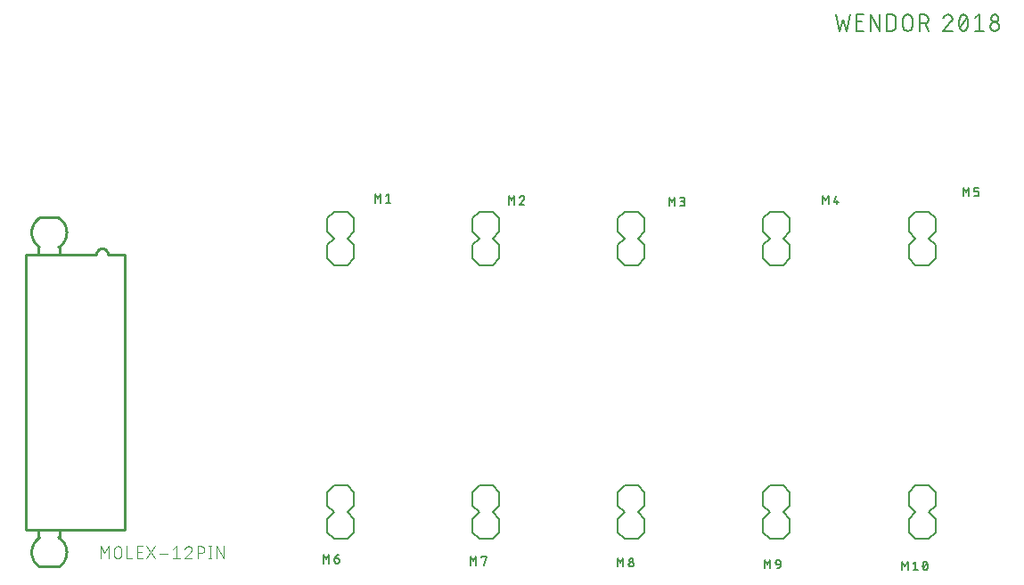
<source format=gbr>
G04 EAGLE Gerber X2 export*
%TF.Part,Single*%
%TF.FileFunction,Legend,Top,1*%
%TF.FilePolarity,Positive*%
%TF.GenerationSoftware,Autodesk,EAGLE,8.7.1*%
%TF.CreationDate,2018-05-13T19:12:58Z*%
G75*
%MOMM*%
%FSLAX34Y34*%
%LPD*%
%AMOC8*
5,1,8,0,0,1.08239X$1,22.5*%
G01*
%ADD10C,0.127000*%
%ADD11C,0.203200*%
%ADD12C,0.254000*%
%ADD13C,0.101600*%


D10*
X965835Y1108329D02*
X969278Y1092835D01*
X972721Y1103164D01*
X976164Y1092835D01*
X979607Y1108329D01*
X985788Y1092835D02*
X992674Y1092835D01*
X985788Y1092835D02*
X985788Y1108329D01*
X992674Y1108329D01*
X990953Y1101443D02*
X985788Y1101443D01*
X998644Y1108329D02*
X998644Y1092835D01*
X1007252Y1092835D02*
X998644Y1108329D01*
X1007252Y1108329D02*
X1007252Y1092835D01*
X1014501Y1092835D02*
X1014501Y1108329D01*
X1018805Y1108329D01*
X1018935Y1108327D01*
X1019065Y1108321D01*
X1019195Y1108311D01*
X1019324Y1108298D01*
X1019453Y1108280D01*
X1019581Y1108259D01*
X1019708Y1108233D01*
X1019835Y1108204D01*
X1019961Y1108171D01*
X1020085Y1108134D01*
X1020209Y1108094D01*
X1020331Y1108049D01*
X1020452Y1108001D01*
X1020571Y1107950D01*
X1020689Y1107895D01*
X1020805Y1107836D01*
X1020919Y1107774D01*
X1021032Y1107708D01*
X1021142Y1107639D01*
X1021250Y1107567D01*
X1021356Y1107492D01*
X1021459Y1107413D01*
X1021560Y1107331D01*
X1021659Y1107247D01*
X1021755Y1107159D01*
X1021848Y1107068D01*
X1021939Y1106975D01*
X1022027Y1106879D01*
X1022111Y1106780D01*
X1022193Y1106679D01*
X1022272Y1106576D01*
X1022347Y1106470D01*
X1022419Y1106362D01*
X1022488Y1106252D01*
X1022554Y1106139D01*
X1022616Y1106025D01*
X1022675Y1105909D01*
X1022730Y1105791D01*
X1022781Y1105672D01*
X1022829Y1105551D01*
X1022874Y1105429D01*
X1022914Y1105305D01*
X1022951Y1105181D01*
X1022984Y1105055D01*
X1023013Y1104928D01*
X1023039Y1104801D01*
X1023060Y1104673D01*
X1023078Y1104544D01*
X1023091Y1104415D01*
X1023101Y1104285D01*
X1023107Y1104155D01*
X1023109Y1104025D01*
X1023109Y1097139D01*
X1023107Y1097009D01*
X1023101Y1096879D01*
X1023091Y1096749D01*
X1023078Y1096620D01*
X1023060Y1096491D01*
X1023039Y1096363D01*
X1023013Y1096236D01*
X1022984Y1096109D01*
X1022951Y1095983D01*
X1022914Y1095859D01*
X1022874Y1095735D01*
X1022829Y1095613D01*
X1022781Y1095492D01*
X1022730Y1095373D01*
X1022675Y1095255D01*
X1022616Y1095139D01*
X1022554Y1095025D01*
X1022488Y1094912D01*
X1022419Y1094802D01*
X1022347Y1094694D01*
X1022272Y1094588D01*
X1022193Y1094485D01*
X1022111Y1094384D01*
X1022027Y1094285D01*
X1021939Y1094189D01*
X1021848Y1094096D01*
X1021755Y1094005D01*
X1021659Y1093917D01*
X1021560Y1093833D01*
X1021459Y1093751D01*
X1021356Y1093672D01*
X1021250Y1093597D01*
X1021142Y1093525D01*
X1021032Y1093456D01*
X1020919Y1093390D01*
X1020805Y1093328D01*
X1020689Y1093269D01*
X1020571Y1093214D01*
X1020452Y1093163D01*
X1020331Y1093115D01*
X1020209Y1093070D01*
X1020085Y1093030D01*
X1019961Y1092993D01*
X1019835Y1092960D01*
X1019708Y1092931D01*
X1019581Y1092905D01*
X1019453Y1092884D01*
X1019324Y1092866D01*
X1019195Y1092853D01*
X1019065Y1092843D01*
X1018935Y1092837D01*
X1018805Y1092835D01*
X1014501Y1092835D01*
X1029863Y1097139D02*
X1029863Y1104025D01*
X1029862Y1104025D02*
X1029864Y1104155D01*
X1029870Y1104285D01*
X1029880Y1104415D01*
X1029893Y1104544D01*
X1029911Y1104673D01*
X1029932Y1104801D01*
X1029958Y1104928D01*
X1029987Y1105055D01*
X1030020Y1105181D01*
X1030057Y1105305D01*
X1030097Y1105429D01*
X1030142Y1105551D01*
X1030190Y1105672D01*
X1030241Y1105791D01*
X1030296Y1105909D01*
X1030355Y1106025D01*
X1030417Y1106139D01*
X1030483Y1106252D01*
X1030552Y1106362D01*
X1030624Y1106470D01*
X1030699Y1106576D01*
X1030778Y1106679D01*
X1030860Y1106780D01*
X1030944Y1106879D01*
X1031032Y1106975D01*
X1031123Y1107068D01*
X1031216Y1107159D01*
X1031312Y1107247D01*
X1031411Y1107331D01*
X1031512Y1107413D01*
X1031615Y1107492D01*
X1031721Y1107567D01*
X1031829Y1107639D01*
X1031939Y1107708D01*
X1032052Y1107774D01*
X1032166Y1107836D01*
X1032282Y1107895D01*
X1032400Y1107950D01*
X1032519Y1108001D01*
X1032640Y1108049D01*
X1032762Y1108094D01*
X1032886Y1108134D01*
X1033010Y1108171D01*
X1033136Y1108204D01*
X1033263Y1108233D01*
X1033390Y1108259D01*
X1033518Y1108280D01*
X1033647Y1108298D01*
X1033776Y1108311D01*
X1033906Y1108321D01*
X1034036Y1108327D01*
X1034166Y1108329D01*
X1034296Y1108327D01*
X1034426Y1108321D01*
X1034556Y1108311D01*
X1034685Y1108298D01*
X1034814Y1108280D01*
X1034942Y1108259D01*
X1035069Y1108233D01*
X1035196Y1108204D01*
X1035322Y1108171D01*
X1035446Y1108134D01*
X1035570Y1108094D01*
X1035692Y1108049D01*
X1035813Y1108001D01*
X1035932Y1107950D01*
X1036050Y1107895D01*
X1036166Y1107836D01*
X1036280Y1107774D01*
X1036393Y1107708D01*
X1036503Y1107639D01*
X1036611Y1107567D01*
X1036717Y1107492D01*
X1036820Y1107413D01*
X1036921Y1107331D01*
X1037020Y1107247D01*
X1037116Y1107159D01*
X1037209Y1107068D01*
X1037300Y1106975D01*
X1037388Y1106879D01*
X1037472Y1106780D01*
X1037554Y1106679D01*
X1037633Y1106576D01*
X1037708Y1106470D01*
X1037780Y1106362D01*
X1037849Y1106252D01*
X1037915Y1106139D01*
X1037977Y1106025D01*
X1038036Y1105909D01*
X1038091Y1105791D01*
X1038142Y1105672D01*
X1038190Y1105551D01*
X1038235Y1105429D01*
X1038275Y1105305D01*
X1038312Y1105181D01*
X1038345Y1105055D01*
X1038374Y1104928D01*
X1038400Y1104801D01*
X1038421Y1104673D01*
X1038439Y1104544D01*
X1038452Y1104415D01*
X1038462Y1104285D01*
X1038468Y1104155D01*
X1038470Y1104025D01*
X1038470Y1097139D01*
X1038468Y1097009D01*
X1038462Y1096879D01*
X1038452Y1096749D01*
X1038439Y1096620D01*
X1038421Y1096491D01*
X1038400Y1096363D01*
X1038374Y1096236D01*
X1038345Y1096109D01*
X1038312Y1095983D01*
X1038275Y1095859D01*
X1038235Y1095735D01*
X1038190Y1095613D01*
X1038142Y1095492D01*
X1038091Y1095373D01*
X1038036Y1095255D01*
X1037977Y1095139D01*
X1037915Y1095025D01*
X1037849Y1094912D01*
X1037780Y1094802D01*
X1037708Y1094694D01*
X1037633Y1094588D01*
X1037554Y1094485D01*
X1037472Y1094384D01*
X1037388Y1094285D01*
X1037300Y1094189D01*
X1037209Y1094096D01*
X1037116Y1094005D01*
X1037020Y1093917D01*
X1036921Y1093833D01*
X1036820Y1093751D01*
X1036717Y1093672D01*
X1036611Y1093597D01*
X1036503Y1093525D01*
X1036393Y1093456D01*
X1036280Y1093390D01*
X1036166Y1093328D01*
X1036050Y1093269D01*
X1035932Y1093214D01*
X1035813Y1093163D01*
X1035692Y1093115D01*
X1035570Y1093070D01*
X1035446Y1093030D01*
X1035322Y1092993D01*
X1035196Y1092960D01*
X1035069Y1092931D01*
X1034942Y1092905D01*
X1034814Y1092884D01*
X1034685Y1092866D01*
X1034556Y1092853D01*
X1034426Y1092843D01*
X1034296Y1092837D01*
X1034166Y1092835D01*
X1034036Y1092837D01*
X1033906Y1092843D01*
X1033776Y1092853D01*
X1033647Y1092866D01*
X1033518Y1092884D01*
X1033390Y1092905D01*
X1033263Y1092931D01*
X1033136Y1092960D01*
X1033010Y1092993D01*
X1032886Y1093030D01*
X1032762Y1093070D01*
X1032640Y1093115D01*
X1032519Y1093163D01*
X1032400Y1093214D01*
X1032282Y1093269D01*
X1032166Y1093328D01*
X1032052Y1093390D01*
X1031939Y1093456D01*
X1031829Y1093525D01*
X1031721Y1093597D01*
X1031615Y1093672D01*
X1031512Y1093751D01*
X1031411Y1093833D01*
X1031312Y1093917D01*
X1031216Y1094005D01*
X1031123Y1094096D01*
X1031032Y1094189D01*
X1030944Y1094285D01*
X1030860Y1094384D01*
X1030778Y1094485D01*
X1030699Y1094588D01*
X1030624Y1094694D01*
X1030552Y1094802D01*
X1030483Y1094912D01*
X1030417Y1095025D01*
X1030355Y1095139D01*
X1030296Y1095255D01*
X1030241Y1095373D01*
X1030190Y1095492D01*
X1030142Y1095613D01*
X1030097Y1095735D01*
X1030057Y1095859D01*
X1030020Y1095983D01*
X1029987Y1096109D01*
X1029958Y1096236D01*
X1029932Y1096363D01*
X1029911Y1096491D01*
X1029893Y1096620D01*
X1029880Y1096749D01*
X1029870Y1096879D01*
X1029864Y1097009D01*
X1029862Y1097139D01*
X1045309Y1092835D02*
X1045309Y1108329D01*
X1049613Y1108329D01*
X1049743Y1108327D01*
X1049873Y1108321D01*
X1050003Y1108311D01*
X1050132Y1108298D01*
X1050261Y1108280D01*
X1050389Y1108259D01*
X1050516Y1108233D01*
X1050643Y1108204D01*
X1050769Y1108171D01*
X1050893Y1108134D01*
X1051017Y1108094D01*
X1051139Y1108049D01*
X1051260Y1108001D01*
X1051379Y1107950D01*
X1051497Y1107895D01*
X1051613Y1107836D01*
X1051727Y1107774D01*
X1051840Y1107708D01*
X1051950Y1107639D01*
X1052058Y1107567D01*
X1052164Y1107492D01*
X1052267Y1107413D01*
X1052368Y1107331D01*
X1052467Y1107247D01*
X1052563Y1107159D01*
X1052656Y1107068D01*
X1052747Y1106975D01*
X1052835Y1106879D01*
X1052919Y1106780D01*
X1053001Y1106679D01*
X1053080Y1106576D01*
X1053155Y1106470D01*
X1053227Y1106362D01*
X1053296Y1106252D01*
X1053362Y1106139D01*
X1053424Y1106025D01*
X1053483Y1105909D01*
X1053538Y1105791D01*
X1053589Y1105672D01*
X1053637Y1105551D01*
X1053682Y1105429D01*
X1053722Y1105305D01*
X1053759Y1105181D01*
X1053792Y1105055D01*
X1053821Y1104928D01*
X1053847Y1104801D01*
X1053868Y1104673D01*
X1053886Y1104544D01*
X1053899Y1104415D01*
X1053909Y1104285D01*
X1053915Y1104155D01*
X1053917Y1104025D01*
X1053915Y1103895D01*
X1053909Y1103765D01*
X1053899Y1103635D01*
X1053886Y1103506D01*
X1053868Y1103377D01*
X1053847Y1103249D01*
X1053821Y1103122D01*
X1053792Y1102995D01*
X1053759Y1102869D01*
X1053722Y1102745D01*
X1053682Y1102621D01*
X1053637Y1102499D01*
X1053589Y1102378D01*
X1053538Y1102259D01*
X1053483Y1102141D01*
X1053424Y1102025D01*
X1053362Y1101911D01*
X1053296Y1101798D01*
X1053227Y1101688D01*
X1053155Y1101580D01*
X1053080Y1101474D01*
X1053001Y1101371D01*
X1052919Y1101270D01*
X1052835Y1101171D01*
X1052747Y1101075D01*
X1052656Y1100982D01*
X1052563Y1100891D01*
X1052467Y1100803D01*
X1052368Y1100719D01*
X1052267Y1100637D01*
X1052164Y1100558D01*
X1052058Y1100483D01*
X1051950Y1100411D01*
X1051840Y1100342D01*
X1051727Y1100276D01*
X1051613Y1100214D01*
X1051497Y1100155D01*
X1051379Y1100100D01*
X1051260Y1100049D01*
X1051139Y1100001D01*
X1051017Y1099956D01*
X1050893Y1099916D01*
X1050769Y1099879D01*
X1050643Y1099846D01*
X1050516Y1099817D01*
X1050389Y1099791D01*
X1050261Y1099770D01*
X1050132Y1099752D01*
X1050003Y1099739D01*
X1049873Y1099729D01*
X1049743Y1099723D01*
X1049613Y1099721D01*
X1045309Y1099721D01*
X1050474Y1099721D02*
X1053917Y1092835D01*
X1072752Y1108330D02*
X1072874Y1108328D01*
X1072995Y1108322D01*
X1073117Y1108313D01*
X1073238Y1108299D01*
X1073358Y1108282D01*
X1073478Y1108261D01*
X1073597Y1108237D01*
X1073715Y1108208D01*
X1073833Y1108176D01*
X1073949Y1108140D01*
X1074064Y1108101D01*
X1074178Y1108058D01*
X1074291Y1108011D01*
X1074401Y1107961D01*
X1074511Y1107908D01*
X1074618Y1107851D01*
X1074724Y1107791D01*
X1074828Y1107727D01*
X1074930Y1107660D01*
X1075029Y1107590D01*
X1075126Y1107517D01*
X1075221Y1107441D01*
X1075314Y1107362D01*
X1075404Y1107280D01*
X1075491Y1107195D01*
X1075576Y1107108D01*
X1075658Y1107018D01*
X1075737Y1106925D01*
X1075813Y1106830D01*
X1075886Y1106733D01*
X1075956Y1106634D01*
X1076023Y1106532D01*
X1076087Y1106428D01*
X1076147Y1106322D01*
X1076204Y1106215D01*
X1076257Y1106105D01*
X1076307Y1105995D01*
X1076354Y1105882D01*
X1076397Y1105768D01*
X1076436Y1105653D01*
X1076472Y1105537D01*
X1076504Y1105419D01*
X1076533Y1105301D01*
X1076557Y1105182D01*
X1076578Y1105062D01*
X1076595Y1104942D01*
X1076609Y1104821D01*
X1076618Y1104699D01*
X1076624Y1104578D01*
X1076626Y1104456D01*
X1072752Y1108329D02*
X1072613Y1108327D01*
X1072474Y1108321D01*
X1072335Y1108312D01*
X1072197Y1108298D01*
X1072059Y1108280D01*
X1071922Y1108259D01*
X1071785Y1108234D01*
X1071649Y1108205D01*
X1071514Y1108172D01*
X1071379Y1108136D01*
X1071246Y1108096D01*
X1071114Y1108052D01*
X1070984Y1108004D01*
X1070854Y1107953D01*
X1070727Y1107898D01*
X1070600Y1107840D01*
X1070476Y1107778D01*
X1070353Y1107713D01*
X1070232Y1107644D01*
X1070113Y1107572D01*
X1069996Y1107496D01*
X1069882Y1107418D01*
X1069769Y1107336D01*
X1069659Y1107251D01*
X1069551Y1107163D01*
X1069446Y1107072D01*
X1069344Y1106978D01*
X1069244Y1106882D01*
X1069146Y1106782D01*
X1069052Y1106680D01*
X1068960Y1106576D01*
X1068872Y1106468D01*
X1068786Y1106359D01*
X1068704Y1106247D01*
X1068625Y1106132D01*
X1068549Y1106016D01*
X1068476Y1105898D01*
X1068406Y1105777D01*
X1068340Y1105655D01*
X1068278Y1105530D01*
X1068219Y1105405D01*
X1068163Y1105277D01*
X1068111Y1105148D01*
X1068063Y1105018D01*
X1068018Y1104886D01*
X1075335Y1101443D02*
X1075424Y1101530D01*
X1075510Y1101620D01*
X1075594Y1101713D01*
X1075675Y1101808D01*
X1075753Y1101905D01*
X1075828Y1102005D01*
X1075900Y1102107D01*
X1075969Y1102211D01*
X1076034Y1102317D01*
X1076097Y1102425D01*
X1076156Y1102535D01*
X1076212Y1102647D01*
X1076265Y1102760D01*
X1076314Y1102874D01*
X1076359Y1102991D01*
X1076402Y1103108D01*
X1076440Y1103227D01*
X1076475Y1103346D01*
X1076507Y1103467D01*
X1076535Y1103589D01*
X1076559Y1103711D01*
X1076579Y1103834D01*
X1076596Y1103958D01*
X1076609Y1104082D01*
X1076619Y1104207D01*
X1076624Y1104331D01*
X1076626Y1104456D01*
X1075335Y1101443D02*
X1068018Y1092835D01*
X1076626Y1092835D01*
X1082884Y1100582D02*
X1082888Y1100887D01*
X1082899Y1101191D01*
X1082917Y1101496D01*
X1082942Y1101799D01*
X1082975Y1102102D01*
X1083015Y1102405D01*
X1083062Y1102706D01*
X1083116Y1103006D01*
X1083178Y1103304D01*
X1083246Y1103601D01*
X1083322Y1103897D01*
X1083404Y1104190D01*
X1083494Y1104481D01*
X1083591Y1104770D01*
X1083694Y1105057D01*
X1083804Y1105341D01*
X1083921Y1105623D01*
X1084045Y1105901D01*
X1084175Y1106177D01*
X1084213Y1106280D01*
X1084253Y1106382D01*
X1084298Y1106482D01*
X1084346Y1106581D01*
X1084397Y1106678D01*
X1084451Y1106773D01*
X1084509Y1106867D01*
X1084570Y1106958D01*
X1084634Y1107047D01*
X1084701Y1107134D01*
X1084771Y1107218D01*
X1084844Y1107301D01*
X1084920Y1107380D01*
X1084998Y1107457D01*
X1085079Y1107531D01*
X1085163Y1107602D01*
X1085249Y1107670D01*
X1085337Y1107736D01*
X1085427Y1107798D01*
X1085520Y1107857D01*
X1085614Y1107913D01*
X1085710Y1107966D01*
X1085808Y1108015D01*
X1085908Y1108061D01*
X1086009Y1108103D01*
X1086112Y1108142D01*
X1086216Y1108177D01*
X1086321Y1108209D01*
X1086427Y1108237D01*
X1086534Y1108261D01*
X1086642Y1108282D01*
X1086750Y1108299D01*
X1086859Y1108312D01*
X1086969Y1108321D01*
X1087078Y1108327D01*
X1087188Y1108329D01*
X1087298Y1108327D01*
X1087407Y1108321D01*
X1087517Y1108312D01*
X1087626Y1108299D01*
X1087734Y1108282D01*
X1087842Y1108261D01*
X1087949Y1108237D01*
X1088055Y1108209D01*
X1088160Y1108177D01*
X1088264Y1108142D01*
X1088367Y1108103D01*
X1088468Y1108061D01*
X1088568Y1108015D01*
X1088666Y1107966D01*
X1088762Y1107913D01*
X1088856Y1107857D01*
X1088949Y1107798D01*
X1089039Y1107736D01*
X1089127Y1107670D01*
X1089213Y1107602D01*
X1089297Y1107531D01*
X1089378Y1107457D01*
X1089456Y1107380D01*
X1089532Y1107300D01*
X1089605Y1107218D01*
X1089675Y1107134D01*
X1089742Y1107047D01*
X1089806Y1106958D01*
X1089867Y1106867D01*
X1089925Y1106773D01*
X1089979Y1106678D01*
X1090030Y1106581D01*
X1090078Y1106482D01*
X1090123Y1106382D01*
X1090163Y1106280D01*
X1090201Y1106177D01*
X1090200Y1106177D02*
X1090330Y1105901D01*
X1090454Y1105623D01*
X1090571Y1105341D01*
X1090681Y1105057D01*
X1090784Y1104770D01*
X1090881Y1104481D01*
X1090971Y1104190D01*
X1091053Y1103897D01*
X1091129Y1103601D01*
X1091197Y1103304D01*
X1091259Y1103006D01*
X1091313Y1102706D01*
X1091360Y1102405D01*
X1091400Y1102102D01*
X1091433Y1101799D01*
X1091458Y1101496D01*
X1091476Y1101191D01*
X1091487Y1100887D01*
X1091491Y1100582D01*
X1082884Y1100582D02*
X1082888Y1100277D01*
X1082899Y1099973D01*
X1082917Y1099668D01*
X1082942Y1099365D01*
X1082975Y1099062D01*
X1083015Y1098759D01*
X1083062Y1098458D01*
X1083116Y1098158D01*
X1083178Y1097860D01*
X1083246Y1097563D01*
X1083322Y1097267D01*
X1083404Y1096974D01*
X1083494Y1096683D01*
X1083591Y1096394D01*
X1083694Y1096107D01*
X1083804Y1095823D01*
X1083921Y1095541D01*
X1084045Y1095263D01*
X1084175Y1094987D01*
X1084213Y1094884D01*
X1084253Y1094782D01*
X1084298Y1094682D01*
X1084346Y1094583D01*
X1084397Y1094486D01*
X1084451Y1094391D01*
X1084509Y1094297D01*
X1084570Y1094206D01*
X1084634Y1094117D01*
X1084701Y1094030D01*
X1084771Y1093945D01*
X1084844Y1093863D01*
X1084920Y1093784D01*
X1084998Y1093707D01*
X1085079Y1093633D01*
X1085163Y1093562D01*
X1085249Y1093494D01*
X1085337Y1093428D01*
X1085427Y1093366D01*
X1085520Y1093307D01*
X1085614Y1093251D01*
X1085710Y1093198D01*
X1085809Y1093149D01*
X1085908Y1093103D01*
X1086009Y1093061D01*
X1086112Y1093022D01*
X1086216Y1092987D01*
X1086321Y1092955D01*
X1086427Y1092927D01*
X1086534Y1092903D01*
X1086642Y1092882D01*
X1086750Y1092865D01*
X1086859Y1092852D01*
X1086969Y1092843D01*
X1087078Y1092837D01*
X1087188Y1092835D01*
X1090200Y1094987D02*
X1090330Y1095263D01*
X1090454Y1095541D01*
X1090571Y1095823D01*
X1090681Y1096107D01*
X1090784Y1096394D01*
X1090881Y1096683D01*
X1090971Y1096974D01*
X1091053Y1097267D01*
X1091129Y1097563D01*
X1091197Y1097860D01*
X1091259Y1098158D01*
X1091313Y1098458D01*
X1091360Y1098759D01*
X1091400Y1099062D01*
X1091433Y1099365D01*
X1091458Y1099668D01*
X1091476Y1099973D01*
X1091487Y1100277D01*
X1091491Y1100582D01*
X1090201Y1094987D02*
X1090163Y1094884D01*
X1090123Y1094782D01*
X1090078Y1094682D01*
X1090030Y1094583D01*
X1089979Y1094486D01*
X1089925Y1094391D01*
X1089867Y1094297D01*
X1089806Y1094206D01*
X1089742Y1094117D01*
X1089675Y1094030D01*
X1089605Y1093946D01*
X1089532Y1093863D01*
X1089456Y1093784D01*
X1089378Y1093707D01*
X1089297Y1093633D01*
X1089213Y1093562D01*
X1089127Y1093494D01*
X1089039Y1093428D01*
X1088949Y1093366D01*
X1088856Y1093307D01*
X1088762Y1093251D01*
X1088666Y1093198D01*
X1088568Y1093149D01*
X1088468Y1093103D01*
X1088367Y1093061D01*
X1088264Y1093022D01*
X1088160Y1092987D01*
X1088055Y1092955D01*
X1087949Y1092927D01*
X1087842Y1092903D01*
X1087734Y1092882D01*
X1087626Y1092865D01*
X1087517Y1092852D01*
X1087407Y1092843D01*
X1087298Y1092837D01*
X1087188Y1092835D01*
X1083745Y1096278D02*
X1090631Y1104886D01*
X1097750Y1104886D02*
X1102053Y1108329D01*
X1102053Y1092835D01*
X1097750Y1092835D02*
X1106357Y1092835D01*
X1112615Y1097139D02*
X1112617Y1097269D01*
X1112623Y1097399D01*
X1112633Y1097529D01*
X1112646Y1097658D01*
X1112664Y1097787D01*
X1112685Y1097915D01*
X1112711Y1098042D01*
X1112740Y1098169D01*
X1112773Y1098295D01*
X1112810Y1098419D01*
X1112850Y1098543D01*
X1112895Y1098665D01*
X1112943Y1098786D01*
X1112994Y1098905D01*
X1113049Y1099023D01*
X1113108Y1099139D01*
X1113170Y1099253D01*
X1113236Y1099366D01*
X1113305Y1099476D01*
X1113377Y1099584D01*
X1113452Y1099690D01*
X1113531Y1099793D01*
X1113613Y1099894D01*
X1113697Y1099993D01*
X1113785Y1100089D01*
X1113876Y1100182D01*
X1113969Y1100273D01*
X1114065Y1100361D01*
X1114164Y1100445D01*
X1114265Y1100527D01*
X1114368Y1100606D01*
X1114474Y1100681D01*
X1114582Y1100753D01*
X1114692Y1100822D01*
X1114805Y1100888D01*
X1114919Y1100950D01*
X1115035Y1101009D01*
X1115153Y1101064D01*
X1115272Y1101115D01*
X1115393Y1101163D01*
X1115515Y1101208D01*
X1115639Y1101248D01*
X1115763Y1101285D01*
X1115889Y1101318D01*
X1116016Y1101347D01*
X1116143Y1101373D01*
X1116271Y1101394D01*
X1116400Y1101412D01*
X1116529Y1101425D01*
X1116659Y1101435D01*
X1116789Y1101441D01*
X1116919Y1101443D01*
X1117049Y1101441D01*
X1117179Y1101435D01*
X1117309Y1101425D01*
X1117438Y1101412D01*
X1117567Y1101394D01*
X1117695Y1101373D01*
X1117822Y1101347D01*
X1117949Y1101318D01*
X1118075Y1101285D01*
X1118199Y1101248D01*
X1118323Y1101208D01*
X1118445Y1101163D01*
X1118566Y1101115D01*
X1118685Y1101064D01*
X1118803Y1101009D01*
X1118919Y1100950D01*
X1119033Y1100888D01*
X1119146Y1100822D01*
X1119256Y1100753D01*
X1119364Y1100681D01*
X1119470Y1100606D01*
X1119573Y1100527D01*
X1119674Y1100445D01*
X1119773Y1100361D01*
X1119869Y1100273D01*
X1119962Y1100182D01*
X1120053Y1100089D01*
X1120141Y1099993D01*
X1120225Y1099894D01*
X1120307Y1099793D01*
X1120386Y1099690D01*
X1120461Y1099584D01*
X1120533Y1099476D01*
X1120602Y1099366D01*
X1120668Y1099253D01*
X1120730Y1099139D01*
X1120789Y1099023D01*
X1120844Y1098905D01*
X1120895Y1098786D01*
X1120943Y1098665D01*
X1120988Y1098543D01*
X1121028Y1098419D01*
X1121065Y1098295D01*
X1121098Y1098169D01*
X1121127Y1098042D01*
X1121153Y1097915D01*
X1121174Y1097787D01*
X1121192Y1097658D01*
X1121205Y1097529D01*
X1121215Y1097399D01*
X1121221Y1097269D01*
X1121223Y1097139D01*
X1121221Y1097009D01*
X1121215Y1096879D01*
X1121205Y1096749D01*
X1121192Y1096620D01*
X1121174Y1096491D01*
X1121153Y1096363D01*
X1121127Y1096236D01*
X1121098Y1096109D01*
X1121065Y1095983D01*
X1121028Y1095859D01*
X1120988Y1095735D01*
X1120943Y1095613D01*
X1120895Y1095492D01*
X1120844Y1095373D01*
X1120789Y1095255D01*
X1120730Y1095139D01*
X1120668Y1095025D01*
X1120602Y1094912D01*
X1120533Y1094802D01*
X1120461Y1094694D01*
X1120386Y1094588D01*
X1120307Y1094485D01*
X1120225Y1094384D01*
X1120141Y1094285D01*
X1120053Y1094189D01*
X1119962Y1094096D01*
X1119869Y1094005D01*
X1119773Y1093917D01*
X1119674Y1093833D01*
X1119573Y1093751D01*
X1119470Y1093672D01*
X1119364Y1093597D01*
X1119256Y1093525D01*
X1119146Y1093456D01*
X1119033Y1093390D01*
X1118919Y1093328D01*
X1118803Y1093269D01*
X1118685Y1093214D01*
X1118566Y1093163D01*
X1118445Y1093115D01*
X1118323Y1093070D01*
X1118199Y1093030D01*
X1118075Y1092993D01*
X1117949Y1092960D01*
X1117822Y1092931D01*
X1117695Y1092905D01*
X1117567Y1092884D01*
X1117438Y1092866D01*
X1117309Y1092853D01*
X1117179Y1092843D01*
X1117049Y1092837D01*
X1116919Y1092835D01*
X1116789Y1092837D01*
X1116659Y1092843D01*
X1116529Y1092853D01*
X1116400Y1092866D01*
X1116271Y1092884D01*
X1116143Y1092905D01*
X1116016Y1092931D01*
X1115889Y1092960D01*
X1115763Y1092993D01*
X1115639Y1093030D01*
X1115515Y1093070D01*
X1115393Y1093115D01*
X1115272Y1093163D01*
X1115153Y1093214D01*
X1115035Y1093269D01*
X1114919Y1093328D01*
X1114805Y1093390D01*
X1114692Y1093456D01*
X1114582Y1093525D01*
X1114474Y1093597D01*
X1114368Y1093672D01*
X1114265Y1093751D01*
X1114164Y1093833D01*
X1114065Y1093917D01*
X1113969Y1094005D01*
X1113876Y1094096D01*
X1113785Y1094189D01*
X1113697Y1094285D01*
X1113613Y1094384D01*
X1113531Y1094485D01*
X1113452Y1094588D01*
X1113377Y1094694D01*
X1113305Y1094802D01*
X1113236Y1094912D01*
X1113170Y1095025D01*
X1113108Y1095139D01*
X1113049Y1095255D01*
X1112994Y1095373D01*
X1112943Y1095492D01*
X1112895Y1095613D01*
X1112850Y1095735D01*
X1112810Y1095859D01*
X1112773Y1095983D01*
X1112740Y1096109D01*
X1112711Y1096236D01*
X1112685Y1096363D01*
X1112664Y1096491D01*
X1112646Y1096620D01*
X1112633Y1096749D01*
X1112623Y1096879D01*
X1112617Y1097009D01*
X1112615Y1097139D01*
X1113476Y1104886D02*
X1113478Y1105002D01*
X1113484Y1105118D01*
X1113494Y1105234D01*
X1113507Y1105350D01*
X1113525Y1105465D01*
X1113546Y1105579D01*
X1113572Y1105693D01*
X1113601Y1105805D01*
X1113634Y1105917D01*
X1113671Y1106027D01*
X1113711Y1106136D01*
X1113755Y1106244D01*
X1113803Y1106350D01*
X1113854Y1106454D01*
X1113909Y1106557D01*
X1113967Y1106658D01*
X1114028Y1106756D01*
X1114093Y1106853D01*
X1114161Y1106947D01*
X1114232Y1107039D01*
X1114307Y1107129D01*
X1114384Y1107216D01*
X1114464Y1107300D01*
X1114547Y1107381D01*
X1114633Y1107460D01*
X1114721Y1107536D01*
X1114812Y1107609D01*
X1114905Y1107678D01*
X1115000Y1107745D01*
X1115098Y1107808D01*
X1115198Y1107868D01*
X1115299Y1107924D01*
X1115403Y1107977D01*
X1115508Y1108027D01*
X1115615Y1108072D01*
X1115723Y1108115D01*
X1115833Y1108153D01*
X1115944Y1108188D01*
X1116056Y1108219D01*
X1116169Y1108246D01*
X1116283Y1108270D01*
X1116398Y1108289D01*
X1116513Y1108305D01*
X1116629Y1108317D01*
X1116745Y1108325D01*
X1116861Y1108329D01*
X1116977Y1108329D01*
X1117093Y1108325D01*
X1117209Y1108317D01*
X1117325Y1108305D01*
X1117440Y1108289D01*
X1117555Y1108270D01*
X1117669Y1108246D01*
X1117782Y1108219D01*
X1117894Y1108188D01*
X1118005Y1108153D01*
X1118115Y1108115D01*
X1118223Y1108072D01*
X1118330Y1108027D01*
X1118435Y1107977D01*
X1118539Y1107924D01*
X1118641Y1107868D01*
X1118740Y1107808D01*
X1118838Y1107745D01*
X1118933Y1107678D01*
X1119026Y1107609D01*
X1119117Y1107536D01*
X1119205Y1107460D01*
X1119291Y1107381D01*
X1119374Y1107300D01*
X1119454Y1107216D01*
X1119531Y1107129D01*
X1119606Y1107039D01*
X1119677Y1106947D01*
X1119745Y1106853D01*
X1119810Y1106756D01*
X1119871Y1106658D01*
X1119929Y1106557D01*
X1119984Y1106454D01*
X1120035Y1106350D01*
X1120083Y1106244D01*
X1120127Y1106136D01*
X1120167Y1106027D01*
X1120204Y1105917D01*
X1120237Y1105805D01*
X1120266Y1105693D01*
X1120292Y1105579D01*
X1120313Y1105465D01*
X1120331Y1105350D01*
X1120344Y1105234D01*
X1120354Y1105118D01*
X1120360Y1105002D01*
X1120362Y1104886D01*
X1120360Y1104770D01*
X1120354Y1104654D01*
X1120344Y1104538D01*
X1120331Y1104422D01*
X1120313Y1104307D01*
X1120292Y1104193D01*
X1120266Y1104079D01*
X1120237Y1103967D01*
X1120204Y1103855D01*
X1120167Y1103745D01*
X1120127Y1103636D01*
X1120083Y1103528D01*
X1120035Y1103422D01*
X1119984Y1103318D01*
X1119929Y1103215D01*
X1119871Y1103114D01*
X1119810Y1103016D01*
X1119745Y1102919D01*
X1119677Y1102825D01*
X1119606Y1102733D01*
X1119531Y1102643D01*
X1119454Y1102556D01*
X1119374Y1102472D01*
X1119291Y1102391D01*
X1119205Y1102312D01*
X1119117Y1102236D01*
X1119026Y1102163D01*
X1118933Y1102094D01*
X1118838Y1102027D01*
X1118740Y1101964D01*
X1118641Y1101904D01*
X1118539Y1101848D01*
X1118435Y1101795D01*
X1118330Y1101745D01*
X1118223Y1101700D01*
X1118115Y1101657D01*
X1118005Y1101619D01*
X1117894Y1101584D01*
X1117782Y1101553D01*
X1117669Y1101526D01*
X1117555Y1101502D01*
X1117440Y1101483D01*
X1117325Y1101467D01*
X1117209Y1101455D01*
X1117093Y1101447D01*
X1116977Y1101443D01*
X1116861Y1101443D01*
X1116745Y1101447D01*
X1116629Y1101455D01*
X1116513Y1101467D01*
X1116398Y1101483D01*
X1116283Y1101502D01*
X1116169Y1101526D01*
X1116056Y1101553D01*
X1115944Y1101584D01*
X1115833Y1101619D01*
X1115723Y1101657D01*
X1115615Y1101700D01*
X1115508Y1101745D01*
X1115403Y1101795D01*
X1115299Y1101848D01*
X1115198Y1101904D01*
X1115098Y1101964D01*
X1115000Y1102027D01*
X1114905Y1102094D01*
X1114812Y1102163D01*
X1114721Y1102236D01*
X1114633Y1102312D01*
X1114547Y1102391D01*
X1114464Y1102472D01*
X1114384Y1102556D01*
X1114307Y1102643D01*
X1114232Y1102733D01*
X1114161Y1102825D01*
X1114093Y1102919D01*
X1114028Y1103016D01*
X1113967Y1103114D01*
X1113909Y1103215D01*
X1113854Y1103318D01*
X1113803Y1103422D01*
X1113755Y1103528D01*
X1113711Y1103636D01*
X1113671Y1103745D01*
X1113634Y1103855D01*
X1113601Y1103967D01*
X1113572Y1104079D01*
X1113546Y1104193D01*
X1113525Y1104307D01*
X1113507Y1104422D01*
X1113494Y1104538D01*
X1113484Y1104654D01*
X1113478Y1104770D01*
X1113476Y1104886D01*
D11*
X508000Y914400D02*
X508000Y901700D01*
X501650Y895350D01*
X488950Y895350D02*
X482600Y901700D01*
X501650Y895350D02*
X508000Y889000D01*
X508000Y876300D01*
X501650Y869950D01*
X488950Y869950D02*
X482600Y876300D01*
X482600Y889000D01*
X488950Y895350D01*
X488950Y920750D02*
X501650Y920750D01*
X508000Y914400D01*
X488950Y920750D02*
X482600Y914400D01*
X482600Y901700D01*
X488950Y869950D02*
X501650Y869950D01*
X528066Y929386D02*
X528066Y937514D01*
X530775Y932998D01*
X533485Y937514D01*
X533485Y929386D01*
X538576Y935708D02*
X540834Y937514D01*
X540834Y929386D01*
X543091Y929386D02*
X538576Y929386D01*
X922338Y914400D02*
X922338Y901700D01*
X915988Y895350D01*
X903288Y895350D02*
X896938Y901700D01*
X915988Y895350D02*
X922338Y889000D01*
X922338Y876300D01*
X915988Y869950D01*
X903288Y869950D02*
X896938Y876300D01*
X896938Y889000D01*
X903288Y895350D01*
X903288Y920750D02*
X915988Y920750D01*
X922338Y914400D01*
X903288Y920750D02*
X896938Y914400D01*
X896938Y901700D01*
X903288Y869950D02*
X915988Y869950D01*
X953516Y928116D02*
X953516Y936244D01*
X956225Y931728D01*
X958935Y936244D01*
X958935Y928116D01*
X964026Y929922D02*
X965832Y936244D01*
X964026Y929922D02*
X968541Y929922D01*
X967187Y931728D02*
X967187Y928116D01*
X482600Y628650D02*
X482600Y615950D01*
X482600Y628650D02*
X488950Y635000D01*
X501650Y635000D02*
X508000Y628650D01*
X488950Y635000D02*
X482600Y641350D01*
X482600Y654050D01*
X488950Y660400D01*
X501650Y660400D02*
X508000Y654050D01*
X508000Y641350D01*
X501650Y635000D01*
X501650Y609600D02*
X488950Y609600D01*
X482600Y615950D01*
X501650Y609600D02*
X508000Y615950D01*
X508000Y628650D01*
X501650Y660400D02*
X488950Y660400D01*
X479259Y594614D02*
X479259Y586486D01*
X481968Y590098D02*
X479259Y594614D01*
X481968Y590098D02*
X484677Y594614D01*
X484677Y586486D01*
X489768Y591002D02*
X492478Y591002D01*
X492478Y591001D02*
X492561Y590999D01*
X492645Y590993D01*
X492728Y590984D01*
X492810Y590970D01*
X492891Y590953D01*
X492972Y590932D01*
X493052Y590907D01*
X493130Y590879D01*
X493207Y590847D01*
X493283Y590812D01*
X493357Y590773D01*
X493429Y590730D01*
X493499Y590685D01*
X493566Y590636D01*
X493632Y590584D01*
X493695Y590530D01*
X493755Y590472D01*
X493813Y590412D01*
X493867Y590349D01*
X493919Y590283D01*
X493968Y590216D01*
X494013Y590146D01*
X494056Y590074D01*
X494095Y590000D01*
X494130Y589924D01*
X494162Y589847D01*
X494190Y589769D01*
X494215Y589689D01*
X494236Y589608D01*
X494253Y589527D01*
X494267Y589445D01*
X494276Y589362D01*
X494282Y589278D01*
X494284Y589195D01*
X494284Y588744D01*
X494282Y588651D01*
X494276Y588558D01*
X494267Y588465D01*
X494253Y588372D01*
X494236Y588281D01*
X494215Y588190D01*
X494190Y588100D01*
X494162Y588011D01*
X494130Y587923D01*
X494094Y587837D01*
X494055Y587752D01*
X494012Y587669D01*
X493966Y587588D01*
X493916Y587509D01*
X493864Y587432D01*
X493808Y587357D01*
X493749Y587285D01*
X493687Y587215D01*
X493623Y587147D01*
X493555Y587083D01*
X493485Y587021D01*
X493413Y586962D01*
X493338Y586906D01*
X493261Y586854D01*
X493182Y586804D01*
X493101Y586758D01*
X493018Y586715D01*
X492933Y586676D01*
X492847Y586640D01*
X492759Y586608D01*
X492670Y586580D01*
X492580Y586555D01*
X492489Y586534D01*
X492398Y586517D01*
X492305Y586503D01*
X492212Y586494D01*
X492119Y586488D01*
X492026Y586486D01*
X491933Y586488D01*
X491840Y586494D01*
X491747Y586503D01*
X491654Y586517D01*
X491563Y586534D01*
X491472Y586555D01*
X491382Y586580D01*
X491293Y586608D01*
X491205Y586640D01*
X491119Y586676D01*
X491034Y586715D01*
X490951Y586758D01*
X490870Y586804D01*
X490791Y586854D01*
X490714Y586906D01*
X490639Y586962D01*
X490567Y587021D01*
X490497Y587083D01*
X490429Y587147D01*
X490365Y587215D01*
X490303Y587285D01*
X490244Y587357D01*
X490188Y587432D01*
X490136Y587509D01*
X490086Y587588D01*
X490040Y587669D01*
X489997Y587752D01*
X489958Y587837D01*
X489922Y587923D01*
X489890Y588011D01*
X489862Y588100D01*
X489837Y588190D01*
X489816Y588281D01*
X489799Y588372D01*
X489785Y588465D01*
X489776Y588558D01*
X489770Y588651D01*
X489768Y588744D01*
X489768Y591002D01*
X489769Y591002D02*
X489771Y591120D01*
X489777Y591238D01*
X489786Y591356D01*
X489800Y591473D01*
X489817Y591590D01*
X489838Y591707D01*
X489863Y591822D01*
X489892Y591937D01*
X489925Y592051D01*
X489961Y592163D01*
X490001Y592274D01*
X490044Y592384D01*
X490091Y592493D01*
X490141Y592600D01*
X490195Y592705D01*
X490253Y592808D01*
X490314Y592909D01*
X490378Y593009D01*
X490445Y593106D01*
X490515Y593201D01*
X490589Y593293D01*
X490665Y593384D01*
X490745Y593471D01*
X490827Y593556D01*
X490912Y593638D01*
X490999Y593718D01*
X491090Y593794D01*
X491182Y593868D01*
X491277Y593938D01*
X491374Y594005D01*
X491474Y594069D01*
X491575Y594130D01*
X491678Y594187D01*
X491783Y594241D01*
X491890Y594292D01*
X491999Y594339D01*
X492109Y594382D01*
X492220Y594422D01*
X492332Y594458D01*
X492446Y594491D01*
X492561Y594520D01*
X492676Y594545D01*
X492793Y594566D01*
X492910Y594583D01*
X493027Y594597D01*
X493145Y594606D01*
X493263Y594612D01*
X493381Y594614D01*
X896938Y615950D02*
X896938Y628650D01*
X903288Y635000D01*
X915988Y635000D02*
X922338Y628650D01*
X903288Y635000D02*
X896938Y641350D01*
X896938Y654050D01*
X903288Y660400D01*
X915988Y660400D02*
X922338Y654050D01*
X922338Y641350D01*
X915988Y635000D01*
X915988Y609600D02*
X903288Y609600D01*
X896938Y615950D01*
X915988Y609600D02*
X922338Y615950D01*
X922338Y628650D01*
X915988Y660400D02*
X903288Y660400D01*
X898359Y589852D02*
X898359Y581724D01*
X901068Y585336D02*
X898359Y589852D01*
X901068Y585336D02*
X903777Y589852D01*
X903777Y581724D01*
X910675Y585336D02*
X913384Y585336D01*
X910675Y585336D02*
X910592Y585338D01*
X910508Y585344D01*
X910425Y585353D01*
X910343Y585367D01*
X910262Y585384D01*
X910181Y585405D01*
X910101Y585430D01*
X910023Y585458D01*
X909946Y585490D01*
X909870Y585525D01*
X909796Y585564D01*
X909724Y585607D01*
X909654Y585652D01*
X909587Y585701D01*
X909521Y585753D01*
X909458Y585807D01*
X909398Y585865D01*
X909340Y585925D01*
X909286Y585988D01*
X909234Y586054D01*
X909185Y586121D01*
X909140Y586191D01*
X909097Y586263D01*
X909058Y586337D01*
X909023Y586413D01*
X908991Y586490D01*
X908963Y586568D01*
X908938Y586648D01*
X908917Y586729D01*
X908900Y586810D01*
X908886Y586892D01*
X908877Y586975D01*
X908871Y587059D01*
X908869Y587142D01*
X908868Y587142D02*
X908868Y587594D01*
X908870Y587687D01*
X908876Y587780D01*
X908885Y587873D01*
X908899Y587966D01*
X908916Y588057D01*
X908937Y588148D01*
X908962Y588238D01*
X908990Y588327D01*
X909022Y588415D01*
X909058Y588501D01*
X909097Y588586D01*
X909140Y588669D01*
X909186Y588750D01*
X909236Y588829D01*
X909288Y588906D01*
X909344Y588981D01*
X909403Y589053D01*
X909465Y589123D01*
X909529Y589191D01*
X909597Y589255D01*
X909667Y589317D01*
X909739Y589376D01*
X909814Y589432D01*
X909891Y589484D01*
X909970Y589534D01*
X910051Y589580D01*
X910134Y589623D01*
X910219Y589662D01*
X910305Y589698D01*
X910393Y589730D01*
X910482Y589758D01*
X910572Y589783D01*
X910663Y589804D01*
X910754Y589821D01*
X910847Y589835D01*
X910940Y589844D01*
X911033Y589850D01*
X911126Y589852D01*
X911219Y589850D01*
X911312Y589844D01*
X911405Y589835D01*
X911498Y589821D01*
X911589Y589804D01*
X911680Y589783D01*
X911770Y589758D01*
X911859Y589730D01*
X911947Y589698D01*
X912033Y589662D01*
X912118Y589623D01*
X912201Y589580D01*
X912282Y589534D01*
X912361Y589484D01*
X912438Y589432D01*
X912513Y589376D01*
X912585Y589317D01*
X912655Y589255D01*
X912723Y589191D01*
X912787Y589123D01*
X912849Y589053D01*
X912908Y588981D01*
X912964Y588906D01*
X913016Y588829D01*
X913066Y588750D01*
X913112Y588669D01*
X913155Y588586D01*
X913194Y588501D01*
X913230Y588415D01*
X913262Y588327D01*
X913290Y588238D01*
X913315Y588148D01*
X913336Y588057D01*
X913353Y587966D01*
X913367Y587873D01*
X913376Y587780D01*
X913382Y587687D01*
X913384Y587594D01*
X913384Y585336D01*
X913382Y585218D01*
X913376Y585100D01*
X913367Y584982D01*
X913353Y584865D01*
X913336Y584748D01*
X913315Y584631D01*
X913290Y584516D01*
X913261Y584401D01*
X913228Y584287D01*
X913192Y584175D01*
X913152Y584064D01*
X913109Y583954D01*
X913062Y583845D01*
X913012Y583738D01*
X912957Y583633D01*
X912900Y583530D01*
X912839Y583429D01*
X912775Y583329D01*
X912708Y583232D01*
X912638Y583137D01*
X912564Y583045D01*
X912488Y582954D01*
X912408Y582867D01*
X912326Y582782D01*
X912241Y582700D01*
X912154Y582620D01*
X912063Y582544D01*
X911971Y582470D01*
X911876Y582400D01*
X911779Y582333D01*
X911679Y582269D01*
X911578Y582208D01*
X911475Y582151D01*
X911370Y582096D01*
X911263Y582046D01*
X911154Y581999D01*
X911044Y581956D01*
X910933Y581916D01*
X910821Y581880D01*
X910707Y581847D01*
X910592Y581818D01*
X910477Y581793D01*
X910360Y581772D01*
X910243Y581755D01*
X910126Y581741D01*
X910008Y581732D01*
X909890Y581726D01*
X909772Y581724D01*
X1035050Y615950D02*
X1035050Y628650D01*
X1041400Y635000D01*
X1054100Y635000D02*
X1060450Y628650D01*
X1041400Y635000D02*
X1035050Y641350D01*
X1035050Y654050D01*
X1041400Y660400D01*
X1054100Y660400D02*
X1060450Y654050D01*
X1060450Y641350D01*
X1054100Y635000D01*
X1054100Y609600D02*
X1041400Y609600D01*
X1035050Y615950D01*
X1054100Y609600D02*
X1060450Y615950D01*
X1060450Y628650D01*
X1054100Y660400D02*
X1041400Y660400D01*
X1028915Y588264D02*
X1028915Y580136D01*
X1031624Y583748D02*
X1028915Y588264D01*
X1031624Y583748D02*
X1034333Y588264D01*
X1034333Y580136D01*
X1039425Y586458D02*
X1041682Y588264D01*
X1041682Y580136D01*
X1039425Y580136D02*
X1043940Y580136D01*
X1048569Y584200D02*
X1048571Y584360D01*
X1048577Y584520D01*
X1048586Y584679D01*
X1048600Y584839D01*
X1048617Y584998D01*
X1048638Y585156D01*
X1048662Y585314D01*
X1048691Y585471D01*
X1048723Y585628D01*
X1048759Y585784D01*
X1048799Y585939D01*
X1048842Y586093D01*
X1048889Y586246D01*
X1048940Y586397D01*
X1048994Y586548D01*
X1049052Y586697D01*
X1049113Y586844D01*
X1049178Y586990D01*
X1049246Y587135D01*
X1049245Y587135D02*
X1049273Y587210D01*
X1049304Y587283D01*
X1049339Y587355D01*
X1049377Y587425D01*
X1049418Y587493D01*
X1049463Y587559D01*
X1049510Y587623D01*
X1049561Y587685D01*
X1049614Y587744D01*
X1049671Y587800D01*
X1049730Y587854D01*
X1049791Y587905D01*
X1049855Y587953D01*
X1049921Y587998D01*
X1049989Y588039D01*
X1050059Y588077D01*
X1050130Y588112D01*
X1050204Y588144D01*
X1050278Y588172D01*
X1050354Y588196D01*
X1050431Y588217D01*
X1050509Y588234D01*
X1050588Y588247D01*
X1050667Y588256D01*
X1050746Y588262D01*
X1050826Y588264D01*
X1050906Y588262D01*
X1050985Y588256D01*
X1051064Y588247D01*
X1051143Y588234D01*
X1051221Y588217D01*
X1051298Y588196D01*
X1051374Y588172D01*
X1051448Y588144D01*
X1051522Y588112D01*
X1051593Y588077D01*
X1051663Y588039D01*
X1051731Y587998D01*
X1051797Y587953D01*
X1051861Y587905D01*
X1051922Y587854D01*
X1051981Y587800D01*
X1052038Y587744D01*
X1052091Y587685D01*
X1052142Y587623D01*
X1052189Y587559D01*
X1052234Y587493D01*
X1052275Y587425D01*
X1052313Y587355D01*
X1052348Y587283D01*
X1052379Y587210D01*
X1052407Y587135D01*
X1052475Y586990D01*
X1052540Y586844D01*
X1052601Y586697D01*
X1052659Y586548D01*
X1052713Y586397D01*
X1052764Y586246D01*
X1052811Y586093D01*
X1052854Y585939D01*
X1052894Y585784D01*
X1052930Y585628D01*
X1052962Y585471D01*
X1052991Y585314D01*
X1053015Y585156D01*
X1053036Y584998D01*
X1053053Y584839D01*
X1053067Y584679D01*
X1053076Y584520D01*
X1053082Y584360D01*
X1053084Y584200D01*
X1048569Y584200D02*
X1048571Y584040D01*
X1048577Y583880D01*
X1048586Y583721D01*
X1048600Y583561D01*
X1048617Y583402D01*
X1048638Y583244D01*
X1048662Y583086D01*
X1048691Y582929D01*
X1048723Y582772D01*
X1048759Y582616D01*
X1048799Y582461D01*
X1048842Y582307D01*
X1048889Y582155D01*
X1048940Y582003D01*
X1048994Y581852D01*
X1049052Y581703D01*
X1049113Y581556D01*
X1049178Y581410D01*
X1049246Y581265D01*
X1049245Y581265D02*
X1049273Y581190D01*
X1049304Y581117D01*
X1049339Y581045D01*
X1049377Y580975D01*
X1049418Y580907D01*
X1049463Y580841D01*
X1049510Y580777D01*
X1049561Y580715D01*
X1049614Y580656D01*
X1049671Y580600D01*
X1049730Y580546D01*
X1049791Y580495D01*
X1049855Y580447D01*
X1049921Y580402D01*
X1049989Y580361D01*
X1050059Y580323D01*
X1050130Y580288D01*
X1050204Y580256D01*
X1050278Y580228D01*
X1050354Y580204D01*
X1050431Y580183D01*
X1050509Y580166D01*
X1050588Y580153D01*
X1050667Y580144D01*
X1050746Y580138D01*
X1050826Y580136D01*
X1052407Y581265D02*
X1052475Y581410D01*
X1052540Y581556D01*
X1052601Y581703D01*
X1052659Y581852D01*
X1052713Y582003D01*
X1052764Y582155D01*
X1052811Y582307D01*
X1052854Y582461D01*
X1052894Y582616D01*
X1052930Y582772D01*
X1052962Y582929D01*
X1052991Y583086D01*
X1053015Y583244D01*
X1053036Y583402D01*
X1053053Y583561D01*
X1053067Y583721D01*
X1053076Y583880D01*
X1053082Y584040D01*
X1053084Y584200D01*
X1052407Y581265D02*
X1052379Y581190D01*
X1052348Y581117D01*
X1052313Y581045D01*
X1052275Y580975D01*
X1052234Y580907D01*
X1052189Y580841D01*
X1052142Y580777D01*
X1052091Y580715D01*
X1052038Y580656D01*
X1051981Y580600D01*
X1051922Y580546D01*
X1051861Y580495D01*
X1051797Y580447D01*
X1051731Y580402D01*
X1051663Y580361D01*
X1051593Y580323D01*
X1051522Y580288D01*
X1051448Y580256D01*
X1051374Y580228D01*
X1051298Y580204D01*
X1051221Y580183D01*
X1051143Y580166D01*
X1051064Y580153D01*
X1050985Y580144D01*
X1050906Y580138D01*
X1050826Y580136D01*
X1049020Y581942D02*
X1052632Y586458D01*
X646113Y901700D02*
X646113Y914400D01*
X646113Y901700D02*
X639763Y895350D01*
X627063Y895350D02*
X620713Y901700D01*
X639763Y895350D02*
X646113Y889000D01*
X646113Y876300D01*
X639763Y869950D01*
X627063Y869950D02*
X620713Y876300D01*
X620713Y889000D01*
X627063Y895350D01*
X627063Y920750D02*
X639763Y920750D01*
X646113Y914400D01*
X627063Y920750D02*
X620713Y914400D01*
X620713Y901700D01*
X627063Y869950D02*
X639763Y869950D01*
X655066Y927799D02*
X655066Y935927D01*
X657775Y931411D01*
X660485Y935927D01*
X660485Y927799D01*
X668059Y935927D02*
X668148Y935925D01*
X668236Y935919D01*
X668324Y935910D01*
X668412Y935896D01*
X668499Y935879D01*
X668585Y935858D01*
X668670Y935833D01*
X668754Y935804D01*
X668837Y935772D01*
X668918Y935737D01*
X668997Y935697D01*
X669075Y935655D01*
X669151Y935609D01*
X669225Y935560D01*
X669296Y935507D01*
X669365Y935452D01*
X669432Y935393D01*
X669496Y935332D01*
X669557Y935268D01*
X669616Y935201D01*
X669671Y935132D01*
X669724Y935061D01*
X669773Y934987D01*
X669819Y934911D01*
X669861Y934833D01*
X669901Y934754D01*
X669936Y934673D01*
X669968Y934590D01*
X669997Y934506D01*
X670022Y934421D01*
X670043Y934335D01*
X670060Y934248D01*
X670074Y934160D01*
X670083Y934072D01*
X670089Y933984D01*
X670091Y933895D01*
X668059Y935927D02*
X667960Y935925D01*
X667860Y935919D01*
X667761Y935910D01*
X667663Y935897D01*
X667564Y935880D01*
X667467Y935859D01*
X667371Y935835D01*
X667275Y935807D01*
X667181Y935775D01*
X667088Y935740D01*
X666996Y935701D01*
X666906Y935659D01*
X666818Y935613D01*
X666731Y935564D01*
X666646Y935512D01*
X666564Y935456D01*
X666483Y935398D01*
X666405Y935336D01*
X666329Y935272D01*
X666256Y935205D01*
X666185Y935135D01*
X666118Y935062D01*
X666052Y934987D01*
X665990Y934909D01*
X665931Y934829D01*
X665875Y934747D01*
X665822Y934663D01*
X665772Y934576D01*
X665726Y934488D01*
X665683Y934399D01*
X665643Y934307D01*
X665607Y934214D01*
X665575Y934120D01*
X669415Y932314D02*
X669481Y932380D01*
X669544Y932448D01*
X669604Y932519D01*
X669661Y932593D01*
X669715Y932668D01*
X669765Y932746D01*
X669813Y932827D01*
X669856Y932909D01*
X669897Y932993D01*
X669933Y933078D01*
X669966Y933165D01*
X669996Y933253D01*
X670021Y933343D01*
X670043Y933433D01*
X670060Y933525D01*
X670074Y933617D01*
X670084Y933709D01*
X670090Y933802D01*
X670092Y933895D01*
X669414Y932314D02*
X665576Y927799D01*
X670091Y927799D01*
X1060450Y914400D02*
X1060450Y901700D01*
X1054100Y895350D01*
X1041400Y895350D02*
X1035050Y901700D01*
X1054100Y895350D02*
X1060450Y889000D01*
X1060450Y876300D01*
X1054100Y869950D01*
X1041400Y869950D02*
X1035050Y876300D01*
X1035050Y889000D01*
X1041400Y895350D01*
X1041400Y920750D02*
X1054100Y920750D01*
X1060450Y914400D01*
X1041400Y920750D02*
X1035050Y914400D01*
X1035050Y901700D01*
X1041400Y869950D02*
X1054100Y869950D01*
X1086866Y935736D02*
X1086866Y943864D01*
X1089575Y939348D01*
X1092285Y943864D01*
X1092285Y935736D01*
X1097376Y935736D02*
X1100085Y935736D01*
X1100168Y935738D01*
X1100252Y935744D01*
X1100335Y935753D01*
X1100417Y935767D01*
X1100498Y935784D01*
X1100579Y935805D01*
X1100659Y935830D01*
X1100737Y935858D01*
X1100814Y935890D01*
X1100890Y935925D01*
X1100964Y935964D01*
X1101036Y936007D01*
X1101106Y936052D01*
X1101173Y936101D01*
X1101239Y936153D01*
X1101302Y936207D01*
X1101362Y936265D01*
X1101420Y936325D01*
X1101474Y936388D01*
X1101526Y936454D01*
X1101575Y936521D01*
X1101621Y936591D01*
X1101663Y936663D01*
X1101702Y936737D01*
X1101737Y936813D01*
X1101769Y936890D01*
X1101797Y936968D01*
X1101822Y937048D01*
X1101843Y937129D01*
X1101860Y937210D01*
X1101874Y937293D01*
X1101883Y937375D01*
X1101889Y937459D01*
X1101891Y937542D01*
X1101891Y938445D01*
X1101889Y938528D01*
X1101883Y938612D01*
X1101874Y938695D01*
X1101860Y938777D01*
X1101843Y938858D01*
X1101822Y938939D01*
X1101797Y939019D01*
X1101769Y939097D01*
X1101737Y939174D01*
X1101702Y939250D01*
X1101663Y939324D01*
X1101620Y939396D01*
X1101575Y939466D01*
X1101526Y939533D01*
X1101474Y939599D01*
X1101420Y939662D01*
X1101362Y939722D01*
X1101302Y939780D01*
X1101239Y939834D01*
X1101173Y939886D01*
X1101106Y939935D01*
X1101036Y939980D01*
X1100964Y940023D01*
X1100890Y940062D01*
X1100814Y940097D01*
X1100737Y940129D01*
X1100659Y940157D01*
X1100579Y940182D01*
X1100498Y940203D01*
X1100417Y940220D01*
X1100335Y940234D01*
X1100252Y940243D01*
X1100168Y940249D01*
X1100085Y940251D01*
X1100085Y940252D02*
X1097376Y940252D01*
X1097376Y943864D01*
X1101891Y943864D01*
X620713Y628650D02*
X620713Y615950D01*
X620713Y628650D02*
X627063Y635000D01*
X639763Y635000D02*
X646113Y628650D01*
X627063Y635000D02*
X620713Y641350D01*
X620713Y654050D01*
X627063Y660400D01*
X639763Y660400D02*
X646113Y654050D01*
X646113Y641350D01*
X639763Y635000D01*
X639763Y609600D02*
X627063Y609600D01*
X620713Y615950D01*
X639763Y609600D02*
X646113Y615950D01*
X646113Y628650D01*
X639763Y660400D02*
X627063Y660400D01*
X618959Y593027D02*
X618959Y584899D01*
X621668Y588511D02*
X618959Y593027D01*
X621668Y588511D02*
X624377Y593027D01*
X624377Y584899D01*
X629468Y592123D02*
X629468Y593027D01*
X633984Y593027D01*
X631726Y584899D01*
X758825Y615950D02*
X758825Y628650D01*
X765175Y635000D01*
X777875Y635000D02*
X784225Y628650D01*
X765175Y635000D02*
X758825Y641350D01*
X758825Y654050D01*
X765175Y660400D01*
X777875Y660400D02*
X784225Y654050D01*
X784225Y641350D01*
X777875Y635000D01*
X777875Y609600D02*
X765175Y609600D01*
X758825Y615950D01*
X777875Y609600D02*
X784225Y615950D01*
X784225Y628650D01*
X777875Y660400D02*
X765175Y660400D01*
X758659Y591439D02*
X758659Y583311D01*
X761368Y586923D02*
X758659Y591439D01*
X761368Y586923D02*
X764077Y591439D01*
X764077Y583311D01*
X769168Y585569D02*
X769170Y585662D01*
X769176Y585755D01*
X769185Y585848D01*
X769199Y585941D01*
X769216Y586032D01*
X769237Y586123D01*
X769262Y586213D01*
X769290Y586302D01*
X769322Y586390D01*
X769358Y586476D01*
X769397Y586561D01*
X769440Y586644D01*
X769486Y586725D01*
X769536Y586804D01*
X769588Y586881D01*
X769644Y586956D01*
X769703Y587028D01*
X769765Y587098D01*
X769829Y587166D01*
X769897Y587230D01*
X769967Y587292D01*
X770039Y587351D01*
X770114Y587407D01*
X770191Y587459D01*
X770270Y587509D01*
X770351Y587555D01*
X770434Y587598D01*
X770519Y587637D01*
X770605Y587673D01*
X770693Y587705D01*
X770782Y587733D01*
X770872Y587758D01*
X770963Y587779D01*
X771054Y587796D01*
X771147Y587810D01*
X771240Y587819D01*
X771333Y587825D01*
X771426Y587827D01*
X771519Y587825D01*
X771612Y587819D01*
X771705Y587810D01*
X771798Y587796D01*
X771889Y587779D01*
X771980Y587758D01*
X772070Y587733D01*
X772159Y587705D01*
X772247Y587673D01*
X772333Y587637D01*
X772418Y587598D01*
X772501Y587555D01*
X772582Y587509D01*
X772661Y587459D01*
X772738Y587407D01*
X772813Y587351D01*
X772885Y587292D01*
X772955Y587230D01*
X773023Y587166D01*
X773087Y587098D01*
X773149Y587028D01*
X773208Y586956D01*
X773264Y586881D01*
X773316Y586804D01*
X773366Y586725D01*
X773412Y586644D01*
X773455Y586561D01*
X773494Y586476D01*
X773530Y586390D01*
X773562Y586302D01*
X773590Y586213D01*
X773615Y586123D01*
X773636Y586032D01*
X773653Y585941D01*
X773667Y585848D01*
X773676Y585755D01*
X773682Y585662D01*
X773684Y585569D01*
X773682Y585476D01*
X773676Y585383D01*
X773667Y585290D01*
X773653Y585197D01*
X773636Y585106D01*
X773615Y585015D01*
X773590Y584925D01*
X773562Y584836D01*
X773530Y584748D01*
X773494Y584662D01*
X773455Y584577D01*
X773412Y584494D01*
X773366Y584413D01*
X773316Y584334D01*
X773264Y584257D01*
X773208Y584182D01*
X773149Y584110D01*
X773087Y584040D01*
X773023Y583972D01*
X772955Y583908D01*
X772885Y583846D01*
X772813Y583787D01*
X772738Y583731D01*
X772661Y583679D01*
X772582Y583629D01*
X772501Y583583D01*
X772418Y583540D01*
X772333Y583501D01*
X772247Y583465D01*
X772159Y583433D01*
X772070Y583405D01*
X771980Y583380D01*
X771889Y583359D01*
X771798Y583342D01*
X771705Y583328D01*
X771612Y583319D01*
X771519Y583313D01*
X771426Y583311D01*
X771333Y583313D01*
X771240Y583319D01*
X771147Y583328D01*
X771054Y583342D01*
X770963Y583359D01*
X770872Y583380D01*
X770782Y583405D01*
X770693Y583433D01*
X770605Y583465D01*
X770519Y583501D01*
X770434Y583540D01*
X770351Y583583D01*
X770270Y583629D01*
X770191Y583679D01*
X770114Y583731D01*
X770039Y583787D01*
X769967Y583846D01*
X769897Y583908D01*
X769829Y583972D01*
X769765Y584040D01*
X769703Y584110D01*
X769644Y584182D01*
X769588Y584257D01*
X769536Y584334D01*
X769486Y584413D01*
X769440Y584494D01*
X769397Y584577D01*
X769358Y584662D01*
X769322Y584748D01*
X769290Y584836D01*
X769262Y584925D01*
X769237Y585015D01*
X769216Y585106D01*
X769199Y585197D01*
X769185Y585290D01*
X769176Y585383D01*
X769170Y585476D01*
X769168Y585569D01*
X769620Y589633D02*
X769622Y589716D01*
X769628Y589800D01*
X769637Y589883D01*
X769651Y589965D01*
X769668Y590046D01*
X769689Y590127D01*
X769714Y590207D01*
X769742Y590285D01*
X769774Y590362D01*
X769809Y590438D01*
X769848Y590512D01*
X769891Y590584D01*
X769936Y590654D01*
X769985Y590721D01*
X770037Y590787D01*
X770091Y590850D01*
X770149Y590910D01*
X770209Y590968D01*
X770272Y591022D01*
X770338Y591074D01*
X770405Y591123D01*
X770475Y591168D01*
X770547Y591211D01*
X770621Y591250D01*
X770697Y591285D01*
X770774Y591317D01*
X770852Y591345D01*
X770932Y591370D01*
X771013Y591391D01*
X771094Y591408D01*
X771176Y591422D01*
X771259Y591431D01*
X771343Y591437D01*
X771426Y591439D01*
X771509Y591437D01*
X771593Y591431D01*
X771676Y591422D01*
X771758Y591408D01*
X771839Y591391D01*
X771920Y591370D01*
X772000Y591345D01*
X772078Y591317D01*
X772155Y591285D01*
X772231Y591250D01*
X772305Y591211D01*
X772377Y591168D01*
X772447Y591123D01*
X772514Y591074D01*
X772580Y591022D01*
X772643Y590968D01*
X772703Y590910D01*
X772761Y590850D01*
X772815Y590787D01*
X772867Y590721D01*
X772916Y590654D01*
X772961Y590584D01*
X773004Y590512D01*
X773043Y590438D01*
X773078Y590362D01*
X773110Y590285D01*
X773138Y590207D01*
X773163Y590127D01*
X773184Y590046D01*
X773201Y589965D01*
X773215Y589883D01*
X773224Y589800D01*
X773230Y589716D01*
X773232Y589633D01*
X773230Y589550D01*
X773224Y589466D01*
X773215Y589383D01*
X773201Y589301D01*
X773184Y589220D01*
X773163Y589139D01*
X773138Y589059D01*
X773110Y588981D01*
X773078Y588904D01*
X773043Y588828D01*
X773004Y588754D01*
X772961Y588682D01*
X772916Y588612D01*
X772867Y588545D01*
X772815Y588479D01*
X772761Y588416D01*
X772703Y588356D01*
X772643Y588298D01*
X772580Y588244D01*
X772514Y588192D01*
X772447Y588143D01*
X772377Y588098D01*
X772305Y588055D01*
X772231Y588016D01*
X772155Y587981D01*
X772078Y587949D01*
X772000Y587921D01*
X771920Y587896D01*
X771839Y587875D01*
X771758Y587858D01*
X771676Y587844D01*
X771593Y587835D01*
X771509Y587829D01*
X771426Y587827D01*
X771343Y587829D01*
X771259Y587835D01*
X771176Y587844D01*
X771094Y587858D01*
X771013Y587875D01*
X770932Y587896D01*
X770852Y587921D01*
X770774Y587949D01*
X770697Y587981D01*
X770621Y588016D01*
X770547Y588055D01*
X770475Y588098D01*
X770405Y588143D01*
X770338Y588192D01*
X770272Y588244D01*
X770209Y588298D01*
X770149Y588356D01*
X770091Y588416D01*
X770037Y588479D01*
X769985Y588545D01*
X769936Y588612D01*
X769891Y588682D01*
X769848Y588754D01*
X769809Y588828D01*
X769774Y588904D01*
X769742Y588981D01*
X769714Y589059D01*
X769689Y589139D01*
X769668Y589220D01*
X769651Y589301D01*
X769637Y589383D01*
X769628Y589466D01*
X769622Y589550D01*
X769620Y589633D01*
X784225Y901700D02*
X784225Y914400D01*
X784225Y901700D02*
X777875Y895350D01*
X765175Y895350D02*
X758825Y901700D01*
X777875Y895350D02*
X784225Y889000D01*
X784225Y876300D01*
X777875Y869950D01*
X765175Y869950D02*
X758825Y876300D01*
X758825Y889000D01*
X765175Y895350D01*
X765175Y920750D02*
X777875Y920750D01*
X784225Y914400D01*
X765175Y920750D02*
X758825Y914400D01*
X758825Y901700D01*
X765175Y869950D02*
X777875Y869950D01*
X807466Y926211D02*
X807466Y934339D01*
X810175Y929823D01*
X812885Y934339D01*
X812885Y926211D01*
X817976Y926211D02*
X820234Y926211D01*
X820327Y926213D01*
X820420Y926219D01*
X820513Y926228D01*
X820606Y926242D01*
X820697Y926259D01*
X820788Y926280D01*
X820878Y926305D01*
X820967Y926333D01*
X821055Y926365D01*
X821141Y926401D01*
X821226Y926440D01*
X821309Y926483D01*
X821390Y926529D01*
X821469Y926579D01*
X821546Y926631D01*
X821621Y926687D01*
X821693Y926746D01*
X821763Y926808D01*
X821831Y926872D01*
X821895Y926940D01*
X821957Y927010D01*
X822016Y927082D01*
X822072Y927157D01*
X822124Y927234D01*
X822174Y927313D01*
X822220Y927394D01*
X822263Y927477D01*
X822302Y927562D01*
X822338Y927648D01*
X822370Y927736D01*
X822398Y927825D01*
X822423Y927915D01*
X822444Y928006D01*
X822461Y928097D01*
X822475Y928190D01*
X822484Y928283D01*
X822490Y928376D01*
X822492Y928469D01*
X822490Y928562D01*
X822484Y928655D01*
X822475Y928748D01*
X822461Y928841D01*
X822444Y928932D01*
X822423Y929023D01*
X822398Y929113D01*
X822370Y929202D01*
X822338Y929290D01*
X822302Y929376D01*
X822263Y929461D01*
X822220Y929544D01*
X822174Y929625D01*
X822124Y929704D01*
X822072Y929781D01*
X822016Y929856D01*
X821957Y929928D01*
X821895Y929998D01*
X821831Y930066D01*
X821763Y930130D01*
X821693Y930192D01*
X821621Y930251D01*
X821546Y930307D01*
X821469Y930359D01*
X821390Y930409D01*
X821309Y930455D01*
X821226Y930498D01*
X821141Y930537D01*
X821055Y930573D01*
X820967Y930605D01*
X820878Y930633D01*
X820788Y930658D01*
X820697Y930679D01*
X820606Y930696D01*
X820513Y930710D01*
X820420Y930719D01*
X820327Y930725D01*
X820234Y930727D01*
X820685Y934339D02*
X817976Y934339D01*
X820685Y934339D02*
X820768Y934337D01*
X820852Y934331D01*
X820935Y934322D01*
X821017Y934308D01*
X821098Y934291D01*
X821179Y934270D01*
X821259Y934245D01*
X821337Y934217D01*
X821414Y934185D01*
X821490Y934150D01*
X821564Y934111D01*
X821636Y934068D01*
X821706Y934023D01*
X821773Y933974D01*
X821839Y933922D01*
X821902Y933868D01*
X821962Y933810D01*
X822020Y933750D01*
X822074Y933687D01*
X822126Y933621D01*
X822175Y933554D01*
X822220Y933484D01*
X822263Y933412D01*
X822302Y933338D01*
X822337Y933262D01*
X822369Y933185D01*
X822397Y933107D01*
X822422Y933027D01*
X822443Y932946D01*
X822460Y932865D01*
X822474Y932783D01*
X822483Y932700D01*
X822489Y932616D01*
X822491Y932533D01*
X822489Y932450D01*
X822483Y932366D01*
X822474Y932283D01*
X822460Y932201D01*
X822443Y932120D01*
X822422Y932039D01*
X822397Y931959D01*
X822369Y931881D01*
X822337Y931804D01*
X822302Y931728D01*
X822263Y931654D01*
X822220Y931582D01*
X822175Y931512D01*
X822126Y931445D01*
X822074Y931379D01*
X822020Y931316D01*
X821962Y931256D01*
X821902Y931198D01*
X821839Y931144D01*
X821773Y931092D01*
X821706Y931043D01*
X821636Y930998D01*
X821564Y930955D01*
X821490Y930916D01*
X821414Y930881D01*
X821337Y930849D01*
X821259Y930821D01*
X821179Y930796D01*
X821098Y930775D01*
X821017Y930758D01*
X820935Y930744D01*
X820852Y930735D01*
X820768Y930729D01*
X820685Y930727D01*
X818879Y930727D01*
D12*
X196300Y880300D02*
X196300Y618300D01*
X196300Y880300D02*
X263300Y880300D01*
X274300Y880300D02*
X290300Y880300D01*
X290300Y618300D01*
X196300Y618300D01*
X209300Y611300D02*
X208962Y611076D01*
X208629Y610844D01*
X208301Y610605D01*
X207980Y610357D01*
X207665Y610102D01*
X207356Y609839D01*
X207054Y609568D01*
X206758Y609290D01*
X206469Y609005D01*
X206187Y608714D01*
X205913Y608415D01*
X205645Y608110D01*
X205386Y607798D01*
X205134Y607480D01*
X204889Y607156D01*
X204653Y606826D01*
X204425Y606491D01*
X204205Y606150D01*
X203994Y605804D01*
X203791Y605453D01*
X203596Y605096D01*
X203410Y604736D01*
X203234Y604371D01*
X203066Y604001D01*
X202907Y603628D01*
X202757Y603251D01*
X202617Y602870D01*
X202486Y602486D01*
X202364Y602099D01*
X202252Y601709D01*
X202149Y601317D01*
X202056Y600922D01*
X201972Y600525D01*
X201899Y600126D01*
X201835Y599726D01*
X201780Y599324D01*
X201736Y598920D01*
X201701Y598516D01*
X201677Y598111D01*
X201662Y597706D01*
X201657Y597300D01*
X201662Y596894D01*
X201677Y596489D01*
X201701Y596084D01*
X201736Y595680D01*
X201780Y595276D01*
X201835Y594874D01*
X201899Y594474D01*
X201972Y594075D01*
X202056Y593678D01*
X202149Y593283D01*
X202252Y592891D01*
X202364Y592501D01*
X202486Y592114D01*
X202617Y591730D01*
X202757Y591349D01*
X202907Y590972D01*
X203066Y590599D01*
X203234Y590229D01*
X203410Y589864D01*
X203596Y589504D01*
X203791Y589147D01*
X203994Y588796D01*
X204205Y588450D01*
X204425Y588109D01*
X204653Y587774D01*
X204889Y587444D01*
X205134Y587120D01*
X205386Y586802D01*
X205645Y586490D01*
X205913Y586185D01*
X206187Y585886D01*
X206469Y585595D01*
X206758Y585310D01*
X207054Y585032D01*
X207356Y584761D01*
X207665Y584498D01*
X207980Y584243D01*
X208301Y583995D01*
X208629Y583756D01*
X208962Y583524D01*
X209300Y583300D01*
X227300Y583300D02*
X227638Y583524D01*
X227971Y583756D01*
X228299Y583995D01*
X228620Y584243D01*
X228935Y584498D01*
X229244Y584761D01*
X229546Y585032D01*
X229842Y585310D01*
X230131Y585595D01*
X230413Y585886D01*
X230687Y586185D01*
X230955Y586490D01*
X231214Y586802D01*
X231466Y587120D01*
X231711Y587444D01*
X231947Y587774D01*
X232175Y588109D01*
X232395Y588450D01*
X232606Y588796D01*
X232809Y589147D01*
X233004Y589504D01*
X233190Y589864D01*
X233366Y590229D01*
X233534Y590599D01*
X233693Y590972D01*
X233843Y591349D01*
X233983Y591730D01*
X234114Y592114D01*
X234236Y592501D01*
X234348Y592891D01*
X234451Y593283D01*
X234544Y593678D01*
X234628Y594075D01*
X234701Y594474D01*
X234765Y594874D01*
X234820Y595276D01*
X234864Y595680D01*
X234899Y596084D01*
X234923Y596489D01*
X234938Y596894D01*
X234943Y597300D01*
X234938Y597706D01*
X234923Y598111D01*
X234899Y598516D01*
X234864Y598920D01*
X234820Y599324D01*
X234765Y599726D01*
X234701Y600126D01*
X234628Y600525D01*
X234544Y600922D01*
X234451Y601317D01*
X234348Y601709D01*
X234236Y602099D01*
X234114Y602486D01*
X233983Y602870D01*
X233843Y603251D01*
X233693Y603628D01*
X233534Y604001D01*
X233366Y604371D01*
X233190Y604736D01*
X233004Y605096D01*
X232809Y605453D01*
X232606Y605804D01*
X232395Y606150D01*
X232175Y606491D01*
X231947Y606826D01*
X231711Y607156D01*
X231466Y607480D01*
X231214Y607798D01*
X230955Y608110D01*
X230687Y608415D01*
X230413Y608714D01*
X230131Y609005D01*
X229842Y609290D01*
X229546Y609568D01*
X229244Y609839D01*
X228935Y610102D01*
X228620Y610357D01*
X228299Y610605D01*
X227971Y610844D01*
X227638Y611076D01*
X227300Y611300D01*
X227300Y583300D02*
X209300Y583300D01*
X208300Y610300D02*
X208300Y617300D01*
X228300Y617300D02*
X228300Y610300D01*
X227300Y887300D02*
X227638Y887524D01*
X227971Y887756D01*
X228299Y887995D01*
X228620Y888243D01*
X228935Y888498D01*
X229244Y888761D01*
X229546Y889032D01*
X229842Y889310D01*
X230131Y889595D01*
X230413Y889886D01*
X230687Y890185D01*
X230955Y890490D01*
X231214Y890802D01*
X231466Y891120D01*
X231711Y891444D01*
X231947Y891774D01*
X232175Y892109D01*
X232395Y892450D01*
X232606Y892796D01*
X232809Y893147D01*
X233004Y893504D01*
X233190Y893864D01*
X233366Y894229D01*
X233534Y894599D01*
X233693Y894972D01*
X233843Y895349D01*
X233983Y895730D01*
X234114Y896114D01*
X234236Y896501D01*
X234348Y896891D01*
X234451Y897283D01*
X234544Y897678D01*
X234628Y898075D01*
X234701Y898474D01*
X234765Y898874D01*
X234820Y899276D01*
X234864Y899680D01*
X234899Y900084D01*
X234923Y900489D01*
X234938Y900894D01*
X234943Y901300D01*
X234938Y901706D01*
X234923Y902111D01*
X234899Y902516D01*
X234864Y902920D01*
X234820Y903324D01*
X234765Y903726D01*
X234701Y904126D01*
X234628Y904525D01*
X234544Y904922D01*
X234451Y905317D01*
X234348Y905709D01*
X234236Y906099D01*
X234114Y906486D01*
X233983Y906870D01*
X233843Y907251D01*
X233693Y907628D01*
X233534Y908001D01*
X233366Y908371D01*
X233190Y908736D01*
X233004Y909096D01*
X232809Y909453D01*
X232606Y909804D01*
X232395Y910150D01*
X232175Y910491D01*
X231947Y910826D01*
X231711Y911156D01*
X231466Y911480D01*
X231214Y911798D01*
X230955Y912110D01*
X230687Y912415D01*
X230413Y912714D01*
X230131Y913005D01*
X229842Y913290D01*
X229546Y913568D01*
X229244Y913839D01*
X228935Y914102D01*
X228620Y914357D01*
X228299Y914605D01*
X227971Y914844D01*
X227638Y915076D01*
X227300Y915300D01*
X209300Y915300D02*
X208962Y915076D01*
X208629Y914844D01*
X208301Y914605D01*
X207980Y914357D01*
X207665Y914102D01*
X207356Y913839D01*
X207054Y913568D01*
X206758Y913290D01*
X206469Y913005D01*
X206187Y912714D01*
X205913Y912415D01*
X205645Y912110D01*
X205386Y911798D01*
X205134Y911480D01*
X204889Y911156D01*
X204653Y910826D01*
X204425Y910491D01*
X204205Y910150D01*
X203994Y909804D01*
X203791Y909453D01*
X203596Y909096D01*
X203410Y908736D01*
X203234Y908371D01*
X203066Y908001D01*
X202907Y907628D01*
X202757Y907251D01*
X202617Y906870D01*
X202486Y906486D01*
X202364Y906099D01*
X202252Y905709D01*
X202149Y905317D01*
X202056Y904922D01*
X201972Y904525D01*
X201899Y904126D01*
X201835Y903726D01*
X201780Y903324D01*
X201736Y902920D01*
X201701Y902516D01*
X201677Y902111D01*
X201662Y901706D01*
X201657Y901300D01*
X201662Y900894D01*
X201677Y900489D01*
X201701Y900084D01*
X201736Y899680D01*
X201780Y899276D01*
X201835Y898874D01*
X201899Y898474D01*
X201972Y898075D01*
X202056Y897678D01*
X202149Y897283D01*
X202252Y896891D01*
X202364Y896501D01*
X202486Y896114D01*
X202617Y895730D01*
X202757Y895349D01*
X202907Y894972D01*
X203066Y894599D01*
X203234Y894229D01*
X203410Y893864D01*
X203596Y893504D01*
X203791Y893147D01*
X203994Y892796D01*
X204205Y892450D01*
X204425Y892109D01*
X204653Y891774D01*
X204889Y891444D01*
X205134Y891120D01*
X205386Y890802D01*
X205645Y890490D01*
X205913Y890185D01*
X206187Y889886D01*
X206469Y889595D01*
X206758Y889310D01*
X207054Y889032D01*
X207356Y888761D01*
X207665Y888498D01*
X207980Y888243D01*
X208301Y887995D01*
X208629Y887756D01*
X208962Y887524D01*
X209300Y887300D01*
X209300Y915300D02*
X227300Y915300D01*
X228300Y888300D02*
X228300Y881300D01*
X208300Y881300D02*
X208300Y888300D01*
X263300Y880300D02*
X263302Y880448D01*
X263308Y880595D01*
X263318Y880743D01*
X263332Y880890D01*
X263349Y881036D01*
X263371Y881182D01*
X263397Y881328D01*
X263426Y881472D01*
X263460Y881616D01*
X263497Y881759D01*
X263538Y881901D01*
X263583Y882042D01*
X263632Y882181D01*
X263684Y882319D01*
X263740Y882456D01*
X263800Y882591D01*
X263863Y882724D01*
X263930Y882856D01*
X264000Y882986D01*
X264074Y883114D01*
X264151Y883240D01*
X264232Y883363D01*
X264316Y883485D01*
X264403Y883604D01*
X264493Y883721D01*
X264587Y883835D01*
X264683Y883947D01*
X264783Y884056D01*
X264885Y884163D01*
X264990Y884267D01*
X265098Y884367D01*
X265208Y884465D01*
X265322Y884560D01*
X265437Y884652D01*
X265555Y884741D01*
X265676Y884826D01*
X265798Y884909D01*
X265923Y884988D01*
X266050Y885063D01*
X266179Y885135D01*
X266310Y885204D01*
X266442Y885269D01*
X266576Y885330D01*
X266712Y885388D01*
X266850Y885443D01*
X266988Y885493D01*
X267129Y885540D01*
X267270Y885583D01*
X267412Y885622D01*
X267556Y885657D01*
X267700Y885689D01*
X267845Y885716D01*
X267991Y885740D01*
X268137Y885760D01*
X268284Y885776D01*
X268431Y885788D01*
X268579Y885796D01*
X268726Y885800D01*
X268874Y885800D01*
X269021Y885796D01*
X269169Y885788D01*
X269316Y885776D01*
X269463Y885760D01*
X269609Y885740D01*
X269755Y885716D01*
X269900Y885689D01*
X270044Y885657D01*
X270188Y885622D01*
X270330Y885583D01*
X270471Y885540D01*
X270612Y885493D01*
X270750Y885443D01*
X270888Y885388D01*
X271024Y885330D01*
X271158Y885269D01*
X271290Y885204D01*
X271421Y885135D01*
X271550Y885063D01*
X271677Y884988D01*
X271802Y884909D01*
X271924Y884826D01*
X272045Y884741D01*
X272163Y884652D01*
X272278Y884560D01*
X272392Y884465D01*
X272502Y884367D01*
X272610Y884267D01*
X272715Y884163D01*
X272817Y884056D01*
X272917Y883947D01*
X273013Y883835D01*
X273107Y883721D01*
X273197Y883604D01*
X273284Y883485D01*
X273368Y883363D01*
X273449Y883240D01*
X273526Y883114D01*
X273600Y882986D01*
X273670Y882856D01*
X273737Y882724D01*
X273800Y882591D01*
X273860Y882456D01*
X273916Y882319D01*
X273968Y882181D01*
X274017Y882042D01*
X274062Y881901D01*
X274103Y881759D01*
X274140Y881616D01*
X274174Y881472D01*
X274203Y881328D01*
X274229Y881182D01*
X274251Y881036D01*
X274268Y880890D01*
X274282Y880743D01*
X274292Y880595D01*
X274298Y880448D01*
X274300Y880300D01*
D13*
X267208Y602742D02*
X267208Y591058D01*
X271103Y596251D02*
X267208Y602742D01*
X271103Y596251D02*
X274997Y602742D01*
X274997Y591058D01*
X280430Y594304D02*
X280430Y599496D01*
X280432Y599609D01*
X280438Y599722D01*
X280448Y599835D01*
X280462Y599948D01*
X280479Y600060D01*
X280501Y600171D01*
X280526Y600281D01*
X280556Y600391D01*
X280589Y600499D01*
X280626Y600606D01*
X280666Y600712D01*
X280711Y600816D01*
X280759Y600919D01*
X280810Y601020D01*
X280865Y601119D01*
X280923Y601216D01*
X280985Y601311D01*
X281050Y601404D01*
X281118Y601494D01*
X281189Y601582D01*
X281264Y601668D01*
X281341Y601751D01*
X281421Y601831D01*
X281504Y601908D01*
X281590Y601983D01*
X281678Y602054D01*
X281768Y602122D01*
X281861Y602187D01*
X281956Y602249D01*
X282053Y602307D01*
X282152Y602362D01*
X282253Y602413D01*
X282356Y602461D01*
X282460Y602506D01*
X282566Y602546D01*
X282673Y602583D01*
X282781Y602616D01*
X282891Y602646D01*
X283001Y602671D01*
X283112Y602693D01*
X283224Y602710D01*
X283337Y602724D01*
X283450Y602734D01*
X283563Y602740D01*
X283676Y602742D01*
X283789Y602740D01*
X283902Y602734D01*
X284015Y602724D01*
X284128Y602710D01*
X284240Y602693D01*
X284351Y602671D01*
X284461Y602646D01*
X284571Y602616D01*
X284679Y602583D01*
X284786Y602546D01*
X284892Y602506D01*
X284996Y602461D01*
X285099Y602413D01*
X285200Y602362D01*
X285299Y602307D01*
X285396Y602249D01*
X285491Y602187D01*
X285584Y602122D01*
X285674Y602054D01*
X285762Y601983D01*
X285848Y601908D01*
X285931Y601831D01*
X286011Y601751D01*
X286088Y601668D01*
X286163Y601582D01*
X286234Y601494D01*
X286302Y601404D01*
X286367Y601311D01*
X286429Y601216D01*
X286487Y601119D01*
X286542Y601020D01*
X286593Y600919D01*
X286641Y600816D01*
X286686Y600712D01*
X286726Y600606D01*
X286763Y600499D01*
X286796Y600391D01*
X286826Y600281D01*
X286851Y600171D01*
X286873Y600060D01*
X286890Y599948D01*
X286904Y599835D01*
X286914Y599722D01*
X286920Y599609D01*
X286922Y599496D01*
X286921Y599496D02*
X286921Y594304D01*
X286922Y594304D02*
X286920Y594191D01*
X286914Y594078D01*
X286904Y593965D01*
X286890Y593852D01*
X286873Y593740D01*
X286851Y593629D01*
X286826Y593519D01*
X286796Y593409D01*
X286763Y593301D01*
X286726Y593194D01*
X286686Y593088D01*
X286641Y592984D01*
X286593Y592881D01*
X286542Y592780D01*
X286487Y592681D01*
X286429Y592584D01*
X286367Y592489D01*
X286302Y592396D01*
X286234Y592306D01*
X286163Y592218D01*
X286088Y592132D01*
X286011Y592049D01*
X285931Y591969D01*
X285848Y591892D01*
X285762Y591817D01*
X285674Y591746D01*
X285584Y591678D01*
X285491Y591613D01*
X285396Y591551D01*
X285299Y591493D01*
X285200Y591438D01*
X285099Y591387D01*
X284996Y591339D01*
X284892Y591294D01*
X284786Y591254D01*
X284679Y591217D01*
X284571Y591184D01*
X284461Y591154D01*
X284351Y591129D01*
X284240Y591107D01*
X284128Y591090D01*
X284015Y591076D01*
X283902Y591066D01*
X283789Y591060D01*
X283676Y591058D01*
X283563Y591060D01*
X283450Y591066D01*
X283337Y591076D01*
X283224Y591090D01*
X283112Y591107D01*
X283001Y591129D01*
X282891Y591154D01*
X282781Y591184D01*
X282673Y591217D01*
X282566Y591254D01*
X282460Y591294D01*
X282356Y591339D01*
X282253Y591387D01*
X282152Y591438D01*
X282053Y591493D01*
X281956Y591551D01*
X281861Y591613D01*
X281768Y591678D01*
X281678Y591746D01*
X281590Y591817D01*
X281504Y591892D01*
X281421Y591969D01*
X281341Y592049D01*
X281264Y592132D01*
X281189Y592218D01*
X281118Y592306D01*
X281050Y592396D01*
X280985Y592489D01*
X280923Y592584D01*
X280865Y592681D01*
X280810Y592780D01*
X280759Y592881D01*
X280711Y592984D01*
X280666Y593088D01*
X280626Y593194D01*
X280589Y593301D01*
X280556Y593409D01*
X280526Y593519D01*
X280501Y593629D01*
X280479Y593740D01*
X280462Y593852D01*
X280448Y593965D01*
X280438Y594078D01*
X280432Y594191D01*
X280430Y594304D01*
X292264Y591058D02*
X292264Y602742D01*
X292264Y591058D02*
X297457Y591058D01*
X302170Y591058D02*
X307363Y591058D01*
X302170Y591058D02*
X302170Y602742D01*
X307363Y602742D01*
X306064Y597549D02*
X302170Y597549D01*
X311023Y591058D02*
X318812Y602742D01*
X311023Y602742D02*
X318812Y591058D01*
X323215Y595602D02*
X331004Y595602D01*
X336056Y600146D02*
X339302Y602742D01*
X339302Y591058D01*
X342547Y591058D02*
X336056Y591058D01*
X351056Y602742D02*
X351163Y602740D01*
X351269Y602734D01*
X351375Y602724D01*
X351481Y602711D01*
X351587Y602693D01*
X351691Y602672D01*
X351795Y602647D01*
X351898Y602618D01*
X351999Y602586D01*
X352099Y602549D01*
X352198Y602509D01*
X352296Y602466D01*
X352392Y602419D01*
X352486Y602368D01*
X352578Y602314D01*
X352668Y602257D01*
X352756Y602197D01*
X352841Y602133D01*
X352924Y602066D01*
X353005Y601996D01*
X353083Y601924D01*
X353159Y601848D01*
X353231Y601770D01*
X353301Y601689D01*
X353368Y601606D01*
X353432Y601521D01*
X353492Y601433D01*
X353549Y601343D01*
X353603Y601251D01*
X353654Y601157D01*
X353701Y601061D01*
X353744Y600963D01*
X353784Y600864D01*
X353821Y600764D01*
X353853Y600663D01*
X353882Y600560D01*
X353907Y600456D01*
X353928Y600352D01*
X353946Y600246D01*
X353959Y600140D01*
X353969Y600034D01*
X353975Y599928D01*
X353977Y599821D01*
X351056Y602742D02*
X350935Y602740D01*
X350814Y602734D01*
X350694Y602724D01*
X350573Y602711D01*
X350454Y602693D01*
X350334Y602672D01*
X350216Y602647D01*
X350099Y602618D01*
X349982Y602585D01*
X349867Y602549D01*
X349753Y602508D01*
X349640Y602465D01*
X349528Y602417D01*
X349419Y602366D01*
X349311Y602311D01*
X349204Y602253D01*
X349100Y602192D01*
X348998Y602127D01*
X348898Y602059D01*
X348800Y601988D01*
X348704Y601914D01*
X348611Y601837D01*
X348521Y601756D01*
X348433Y601673D01*
X348348Y601587D01*
X348265Y601498D01*
X348186Y601407D01*
X348109Y601313D01*
X348036Y601217D01*
X347966Y601119D01*
X347899Y601018D01*
X347835Y600915D01*
X347775Y600810D01*
X347718Y600703D01*
X347664Y600595D01*
X347614Y600485D01*
X347568Y600373D01*
X347525Y600260D01*
X347486Y600145D01*
X353004Y597549D02*
X353083Y597626D01*
X353159Y597707D01*
X353232Y597790D01*
X353302Y597875D01*
X353369Y597963D01*
X353433Y598053D01*
X353493Y598145D01*
X353550Y598240D01*
X353604Y598336D01*
X353655Y598434D01*
X353702Y598534D01*
X353746Y598636D01*
X353786Y598739D01*
X353822Y598843D01*
X353854Y598949D01*
X353883Y599055D01*
X353908Y599163D01*
X353930Y599271D01*
X353947Y599381D01*
X353961Y599490D01*
X353970Y599600D01*
X353976Y599711D01*
X353978Y599821D01*
X353003Y597549D02*
X347486Y591058D01*
X353977Y591058D01*
X359466Y591058D02*
X359466Y602742D01*
X362712Y602742D01*
X362825Y602740D01*
X362938Y602734D01*
X363051Y602724D01*
X363164Y602710D01*
X363276Y602693D01*
X363387Y602671D01*
X363497Y602646D01*
X363607Y602616D01*
X363715Y602583D01*
X363822Y602546D01*
X363928Y602506D01*
X364032Y602461D01*
X364135Y602413D01*
X364236Y602362D01*
X364335Y602307D01*
X364432Y602249D01*
X364527Y602187D01*
X364620Y602122D01*
X364710Y602054D01*
X364798Y601983D01*
X364884Y601908D01*
X364967Y601831D01*
X365047Y601751D01*
X365124Y601668D01*
X365199Y601582D01*
X365270Y601494D01*
X365338Y601404D01*
X365403Y601311D01*
X365465Y601216D01*
X365523Y601119D01*
X365578Y601020D01*
X365629Y600919D01*
X365677Y600816D01*
X365722Y600712D01*
X365762Y600606D01*
X365799Y600499D01*
X365832Y600391D01*
X365862Y600281D01*
X365887Y600171D01*
X365909Y600060D01*
X365926Y599948D01*
X365940Y599835D01*
X365950Y599722D01*
X365956Y599609D01*
X365958Y599496D01*
X365956Y599383D01*
X365950Y599270D01*
X365940Y599157D01*
X365926Y599044D01*
X365909Y598932D01*
X365887Y598821D01*
X365862Y598711D01*
X365832Y598601D01*
X365799Y598493D01*
X365762Y598386D01*
X365722Y598280D01*
X365677Y598176D01*
X365629Y598073D01*
X365578Y597972D01*
X365523Y597873D01*
X365465Y597776D01*
X365403Y597681D01*
X365338Y597588D01*
X365270Y597498D01*
X365199Y597410D01*
X365124Y597324D01*
X365047Y597241D01*
X364967Y597161D01*
X364884Y597084D01*
X364798Y597009D01*
X364710Y596938D01*
X364620Y596870D01*
X364527Y596805D01*
X364432Y596743D01*
X364335Y596685D01*
X364236Y596630D01*
X364135Y596579D01*
X364032Y596531D01*
X363928Y596486D01*
X363822Y596446D01*
X363715Y596409D01*
X363607Y596376D01*
X363497Y596346D01*
X363387Y596321D01*
X363276Y596299D01*
X363164Y596282D01*
X363051Y596268D01*
X362938Y596258D01*
X362825Y596252D01*
X362712Y596250D01*
X362712Y596251D02*
X359466Y596251D01*
X371306Y591058D02*
X371306Y602742D01*
X370007Y591058D02*
X372604Y591058D01*
X372604Y602742D02*
X370007Y602742D01*
X377585Y602742D02*
X377585Y591058D01*
X384076Y591058D02*
X377585Y602742D01*
X384076Y602742D02*
X384076Y591058D01*
M02*

</source>
